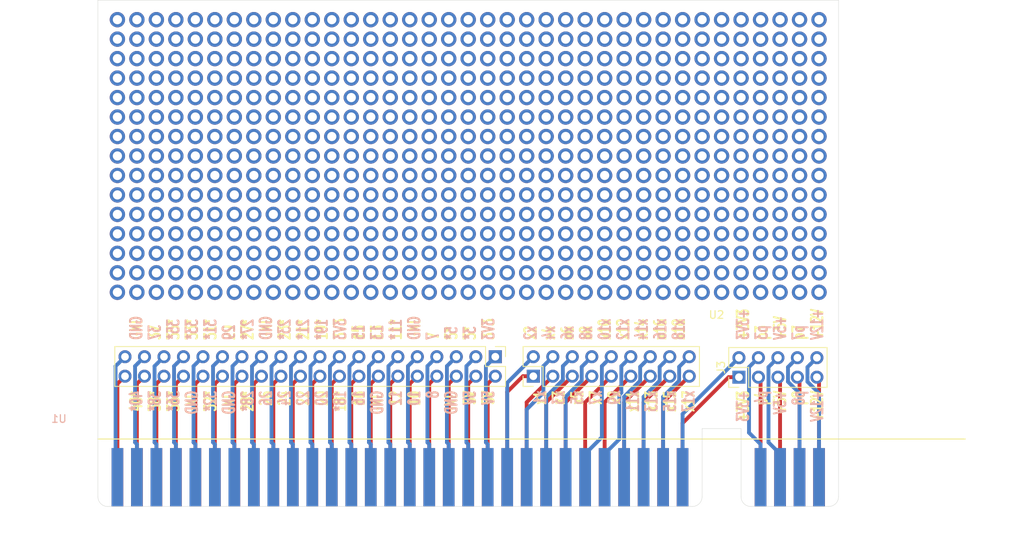
<source format=kicad_pcb>
(kicad_pcb (version 20171130) (host pcbnew "(5.1.2)-1")

  (general
    (thickness 1.6)
    (drawings 24)
    (tracks 236)
    (zones 0)
    (modules 5)
    (nets 69)
  )

  (page A4)
  (layers
    (0 F.Cu signal)
    (31 B.Cu signal)
    (32 B.Adhes user)
    (33 F.Adhes user)
    (34 B.Paste user)
    (35 F.Paste user)
    (36 B.SilkS user)
    (37 F.SilkS user)
    (38 B.Mask user)
    (39 F.Mask user)
    (40 Dwgs.User user)
    (41 Cmts.User user)
    (42 Eco1.User user)
    (43 Eco2.User user)
    (44 Edge.Cuts user)
    (45 Margin user)
    (46 B.CrtYd user)
    (47 F.CrtYd user)
    (48 B.Fab user)
    (49 F.Fab user)
  )

  (setup
    (last_trace_width 0.25)
    (user_trace_width 0.4)
    (user_trace_width 0.5)
    (trace_clearance 0.127)
    (zone_clearance 0.508)
    (zone_45_only no)
    (trace_min 0.2)
    (via_size 0.8)
    (via_drill 0.4)
    (via_min_size 0.4)
    (via_min_drill 0.3)
    (uvia_size 0.3)
    (uvia_drill 0.1)
    (uvias_allowed no)
    (uvia_min_size 0.2)
    (uvia_min_drill 0.1)
    (edge_width 0.05)
    (segment_width 0.2)
    (pcb_text_width 0.3)
    (pcb_text_size 1.5 1.5)
    (mod_edge_width 0.12)
    (mod_text_size 1 1)
    (mod_text_width 0.15)
    (pad_size 1.524 1.524)
    (pad_drill 0.762)
    (pad_to_mask_clearance 0.051)
    (solder_mask_min_width 0.25)
    (aux_axis_origin 0 0)
    (grid_origin -0.3556 -0.0254)
    (visible_elements 7FFFEFFF)
    (pcbplotparams
      (layerselection 0x010fc_ffffffff)
      (usegerberextensions false)
      (usegerberattributes false)
      (usegerberadvancedattributes false)
      (creategerberjobfile false)
      (excludeedgelayer true)
      (linewidth 0.100000)
      (plotframeref false)
      (viasonmask false)
      (mode 1)
      (useauxorigin false)
      (hpglpennumber 1)
      (hpglpenspeed 20)
      (hpglpendiameter 15.000000)
      (psnegative false)
      (psa4output false)
      (plotreference true)
      (plotvalue true)
      (plotinvisibletext false)
      (padsonsilk false)
      (subtractmaskfromsilk false)
      (outputformat 1)
      (mirror false)
      (drillshape 0)
      (scaleselection 1)
      (outputdirectory "!FABR/GERBER/"))
  )

  (net 0 "")
  (net 1 /3)
  (net 2 /1)
  (net 3 /x1)
  (net 4 /x3)
  (net 5 /40)
  (net 6 /39)
  (net 7 /38)
  (net 8 /37)
  (net 9 /36)
  (net 10 /35)
  (net 11 /34)
  (net 12 /33)
  (net 13 /32)
  (net 14 /31)
  (net 15 /30)
  (net 16 /29)
  (net 17 /28)
  (net 18 /27)
  (net 19 /26)
  (net 20 /25)
  (net 21 /24)
  (net 22 /23)
  (net 23 /22)
  (net 24 /21)
  (net 25 /20)
  (net 26 /19)
  (net 27 /18)
  (net 28 /17)
  (net 29 /16)
  (net 30 /15)
  (net 31 /14)
  (net 32 /13)
  (net 33 /12)
  (net 34 /11)
  (net 35 /10)
  (net 36 /9)
  (net 37 /8)
  (net 38 /7)
  (net 39 /6)
  (net 40 /5)
  (net 41 /4)
  (net 42 /2)
  (net 43 /x18)
  (net 44 /x17)
  (net 45 /x16)
  (net 46 /x15)
  (net 47 /x14)
  (net 48 /x13)
  (net 49 /x12)
  (net 50 /x11)
  (net 51 /x10)
  (net 52 /x9)
  (net 53 /x8)
  (net 54 /x7)
  (net 55 /x6)
  (net 56 /x5)
  (net 57 /x4)
  (net 58 /x2)
  (net 59 /p10)
  (net 60 /p9)
  (net 61 /p8)
  (net 62 /p7)
  (net 63 /p6)
  (net 64 /p5)
  (net 65 /p4)
  (net 66 /p3)
  (net 67 /p2)
  (net 68 /p1)

  (net_class Default "To jest domyślna klasa połączeń."
    (clearance 0.127)
    (trace_width 0.25)
    (via_dia 0.8)
    (via_drill 0.4)
    (uvia_dia 0.3)
    (uvia_drill 0.1)
    (add_net /1)
    (add_net /10)
    (add_net /11)
    (add_net /12)
    (add_net /13)
    (add_net /14)
    (add_net /15)
    (add_net /16)
    (add_net /17)
    (add_net /18)
    (add_net /19)
    (add_net /2)
    (add_net /20)
    (add_net /21)
    (add_net /22)
    (add_net /23)
    (add_net /24)
    (add_net /25)
    (add_net /26)
    (add_net /27)
    (add_net /28)
    (add_net /29)
    (add_net /3)
    (add_net /30)
    (add_net /31)
    (add_net /32)
    (add_net /33)
    (add_net /34)
    (add_net /35)
    (add_net /36)
    (add_net /37)
    (add_net /38)
    (add_net /39)
    (add_net /4)
    (add_net /40)
    (add_net /5)
    (add_net /6)
    (add_net /7)
    (add_net /8)
    (add_net /9)
    (add_net /p1)
    (add_net /p10)
    (add_net /p2)
    (add_net /p3)
    (add_net /p4)
    (add_net /p5)
    (add_net /p6)
    (add_net /p7)
    (add_net /p8)
    (add_net /p9)
    (add_net /x1)
    (add_net /x10)
    (add_net /x11)
    (add_net /x12)
    (add_net /x13)
    (add_net /x14)
    (add_net /x15)
    (add_net /x16)
    (add_net /x17)
    (add_net /x18)
    (add_net /x2)
    (add_net /x3)
    (add_net /x4)
    (add_net /x5)
    (add_net /x6)
    (add_net /x7)
    (add_net /x8)
    (add_net /x9)
  )

  (module !mymodules:breadboard_m2_small (layer F.Cu) (tedit 600C2C2F) (tstamp 600DAE19)
    (at 78.3844 -33.0454)
    (path /635067C8)
    (fp_text reference U2 (at 1.8796 8.0264) (layer F.SilkS)
      (effects (font (size 1 1) (thickness 0.15)))
    )
    (fp_text value breadboard (at -30.9 -17.8) (layer F.Fab)
      (effects (font (size 1 1) (thickness 0.15)))
    )
    (pad "" thru_hole circle (at 15.24 5.08) (size 2 2) (drill 1.2) (layers *.Cu *.Mask))
    (pad "" thru_hole circle (at 12.7 5.08) (size 2 2) (drill 1.2) (layers *.Cu *.Mask))
    (pad "" thru_hole circle (at 2.54 5.08) (size 2 2) (drill 1.2) (layers *.Cu *.Mask))
    (pad "" thru_hole circle (at 10.16 5.08) (size 2 2) (drill 1.2) (layers *.Cu *.Mask))
    (pad "" thru_hole circle (at 7.62 5.08) (size 2 2) (drill 1.2) (layers *.Cu *.Mask))
    (pad "" thru_hole circle (at 5.08 5.08) (size 2 2) (drill 1.2) (layers *.Cu *.Mask))
    (pad "" thru_hole circle (at 5.08 2.54) (size 2 2) (drill 1.2) (layers *.Cu *.Mask))
    (pad "" thru_hole circle (at 10.16 2.54) (size 2 2) (drill 1.2) (layers *.Cu *.Mask))
    (pad "" thru_hole circle (at 15.24 2.54) (size 2 2) (drill 1.2) (layers *.Cu *.Mask))
    (pad "" thru_hole circle (at 7.62 2.54) (size 2 2) (drill 1.2) (layers *.Cu *.Mask))
    (pad "" thru_hole circle (at 12.7 2.54) (size 2 2) (drill 1.2) (layers *.Cu *.Mask))
    (pad "" thru_hole circle (at 2.54 2.54) (size 2 2) (drill 1.2) (layers *.Cu *.Mask))
    (pad "" thru_hole circle (at 7.62 -30.48) (size 2 2) (drill 1.2) (layers *.Cu *.Mask))
    (pad "" thru_hole circle (at 2.54 -30.48) (size 2 2) (drill 1.2) (layers *.Cu *.Mask))
    (pad "" thru_hole circle (at 15.24 -30.48) (size 2 2) (drill 1.2) (layers *.Cu *.Mask))
    (pad "" thru_hole circle (at 5.08 -30.48) (size 2 2) (drill 1.2) (layers *.Cu *.Mask))
    (pad "" thru_hole circle (at 10.16 -30.48) (size 2 2) (drill 1.2) (layers *.Cu *.Mask))
    (pad "" thru_hole circle (at 12.7 -30.48) (size 2 2) (drill 1.2) (layers *.Cu *.Mask))
    (pad "" thru_hole circle (at 15.24 -20.32) (size 2 2) (drill 1.2) (layers *.Cu *.Mask))
    (pad "" thru_hole circle (at 5.08 -25.4) (size 2 2) (drill 1.2) (layers *.Cu *.Mask))
    (pad "" thru_hole circle (at 10.16 -20.32) (size 2 2) (drill 1.2) (layers *.Cu *.Mask))
    (pad "" thru_hole circle (at 12.7 -25.4) (size 2 2) (drill 1.2) (layers *.Cu *.Mask))
    (pad "" thru_hole circle (at 10.16 -27.94) (size 2 2) (drill 1.2) (layers *.Cu *.Mask))
    (pad "" thru_hole circle (at 2.54 -20.32) (size 2 2) (drill 1.2) (layers *.Cu *.Mask))
    (pad "" thru_hole circle (at 12.7 -20.32) (size 2 2) (drill 1.2) (layers *.Cu *.Mask))
    (pad "" thru_hole circle (at 7.62 -20.32) (size 2 2) (drill 1.2) (layers *.Cu *.Mask))
    (pad "" thru_hole circle (at 5.08 -20.32) (size 2 2) (drill 1.2) (layers *.Cu *.Mask))
    (pad "" thru_hole circle (at 7.62 -25.4) (size 2 2) (drill 1.2) (layers *.Cu *.Mask))
    (pad "" thru_hole circle (at 15.24 -25.4) (size 2 2) (drill 1.2) (layers *.Cu *.Mask))
    (pad "" thru_hole circle (at 10.16 -25.4) (size 2 2) (drill 1.2) (layers *.Cu *.Mask))
    (pad "" thru_hole circle (at 15.24 -22.86) (size 2 2) (drill 1.2) (layers *.Cu *.Mask))
    (pad "" thru_hole circle (at 5.08 -22.86) (size 2 2) (drill 1.2) (layers *.Cu *.Mask))
    (pad "" thru_hole circle (at 10.16 -22.86) (size 2 2) (drill 1.2) (layers *.Cu *.Mask))
    (pad "" thru_hole circle (at 5.08 -27.94) (size 2 2) (drill 1.2) (layers *.Cu *.Mask))
    (pad "" thru_hole circle (at 7.62 -27.94) (size 2 2) (drill 1.2) (layers *.Cu *.Mask))
    (pad "" thru_hole circle (at 2.54 -27.94) (size 2 2) (drill 1.2) (layers *.Cu *.Mask))
    (pad "" thru_hole circle (at 2.54 -22.86) (size 2 2) (drill 1.2) (layers *.Cu *.Mask))
    (pad "" thru_hole circle (at 12.7 -27.94) (size 2 2) (drill 1.2) (layers *.Cu *.Mask))
    (pad "" thru_hole circle (at 15.24 -27.94) (size 2 2) (drill 1.2) (layers *.Cu *.Mask))
    (pad "" thru_hole circle (at 2.54 -25.4) (size 2 2) (drill 1.2) (layers *.Cu *.Mask))
    (pad "" thru_hole circle (at 12.7 -22.86) (size 2 2) (drill 1.2) (layers *.Cu *.Mask))
    (pad "" thru_hole circle (at 12.7 -10.16) (size 2 2) (drill 1.2) (layers *.Cu *.Mask))
    (pad "" thru_hole circle (at 10.16 -10.16) (size 2 2) (drill 1.2) (layers *.Cu *.Mask))
    (pad "" thru_hole circle (at 10.16 -17.78) (size 2 2) (drill 1.2) (layers *.Cu *.Mask))
    (pad "" thru_hole circle (at 15.24 -15.24) (size 2 2) (drill 1.2) (layers *.Cu *.Mask))
    (pad "" thru_hole circle (at 7.62 -22.86) (size 2 2) (drill 1.2) (layers *.Cu *.Mask))
    (pad "" thru_hole circle (at 2.54 -10.16) (size 2 2) (drill 1.2) (layers *.Cu *.Mask))
    (pad "" thru_hole circle (at 5.08 -10.16) (size 2 2) (drill 1.2) (layers *.Cu *.Mask))
    (pad "" thru_hole circle (at 7.62 -15.24) (size 2 2) (drill 1.2) (layers *.Cu *.Mask))
    (pad "" thru_hole circle (at 7.62 -10.16) (size 2 2) (drill 1.2) (layers *.Cu *.Mask))
    (pad "" thru_hole circle (at 5.08 -15.24) (size 2 2) (drill 1.2) (layers *.Cu *.Mask))
    (pad "" thru_hole circle (at 12.7 -15.24) (size 2 2) (drill 1.2) (layers *.Cu *.Mask))
    (pad "" thru_hole circle (at 15.24 -10.16) (size 2 2) (drill 1.2) (layers *.Cu *.Mask))
    (pad "" thru_hole circle (at 2.54 -15.24) (size 2 2) (drill 1.2) (layers *.Cu *.Mask))
    (pad "" thru_hole circle (at 7.62 -17.78) (size 2 2) (drill 1.2) (layers *.Cu *.Mask))
    (pad "" thru_hole circle (at 2.54 -12.7) (size 2 2) (drill 1.2) (layers *.Cu *.Mask))
    (pad "" thru_hole circle (at 15.24 -17.78) (size 2 2) (drill 1.2) (layers *.Cu *.Mask))
    (pad "" thru_hole circle (at 5.08 -12.7) (size 2 2) (drill 1.2) (layers *.Cu *.Mask))
    (pad "" thru_hole circle (at 2.54 -17.78) (size 2 2) (drill 1.2) (layers *.Cu *.Mask))
    (pad "" thru_hole circle (at 12.7 -17.78) (size 2 2) (drill 1.2) (layers *.Cu *.Mask))
    (pad "" thru_hole circle (at 12.7 -12.7) (size 2 2) (drill 1.2) (layers *.Cu *.Mask))
    (pad "" thru_hole circle (at 5.08 -17.78) (size 2 2) (drill 1.2) (layers *.Cu *.Mask))
    (pad "" thru_hole circle (at 10.16 -12.7) (size 2 2) (drill 1.2) (layers *.Cu *.Mask))
    (pad "" thru_hole circle (at 15.24 -12.7) (size 2 2) (drill 1.2) (layers *.Cu *.Mask))
    (pad "" thru_hole circle (at 10.16 -15.24) (size 2 2) (drill 1.2) (layers *.Cu *.Mask))
    (pad "" thru_hole circle (at 5.08 -5.08) (size 2 2) (drill 1.2) (layers *.Cu *.Mask))
    (pad "" thru_hole circle (at 7.62 -5.08) (size 2 2) (drill 1.2) (layers *.Cu *.Mask))
    (pad "" thru_hole circle (at 12.7 -5.08) (size 2 2) (drill 1.2) (layers *.Cu *.Mask))
    (pad "" thru_hole circle (at 2.54 -5.08) (size 2 2) (drill 1.2) (layers *.Cu *.Mask))
    (pad "" thru_hole circle (at 15.24 -7.62) (size 2 2) (drill 1.2) (layers *.Cu *.Mask))
    (pad "" thru_hole circle (at 15.24 -5.08) (size 2 2) (drill 1.2) (layers *.Cu *.Mask))
    (pad "" thru_hole circle (at 5.08 -7.62) (size 2 2) (drill 1.2) (layers *.Cu *.Mask))
    (pad "" thru_hole circle (at 12.7 -7.62) (size 2 2) (drill 1.2) (layers *.Cu *.Mask))
    (pad "" thru_hole circle (at 7.62 -7.62) (size 2 2) (drill 1.2) (layers *.Cu *.Mask))
    (pad "" thru_hole circle (at 10.16 -5.08) (size 2 2) (drill 1.2) (layers *.Cu *.Mask))
    (pad "" thru_hole circle (at 2.54 -7.62) (size 2 2) (drill 1.2) (layers *.Cu *.Mask))
    (pad "" thru_hole circle (at 10.16 -7.62) (size 2 2) (drill 1.2) (layers *.Cu *.Mask))
    (pad "" thru_hole circle (at 7.62 -12.7) (size 2 2) (drill 1.2) (layers *.Cu *.Mask))
    (pad "" thru_hole circle (at 2.54 -2.54) (size 2 2) (drill 1.2) (layers *.Cu *.Mask))
    (pad "" thru_hole circle (at 5.08 -2.54) (size 2 2) (drill 1.2) (layers *.Cu *.Mask))
    (pad "" thru_hole circle (at 10.16 0) (size 2 2) (drill 1.2) (layers *.Cu *.Mask))
    (pad "" thru_hole circle (at 12.7 -2.54) (size 2 2) (drill 1.2) (layers *.Cu *.Mask))
    (pad "" thru_hole circle (at 15.24 0) (size 2 2) (drill 1.2) (layers *.Cu *.Mask))
    (pad "" thru_hole circle (at 7.62 0) (size 2 2) (drill 1.2) (layers *.Cu *.Mask))
    (pad "" thru_hole circle (at 5.08 0) (size 2 2) (drill 1.2) (layers *.Cu *.Mask))
    (pad "" thru_hole circle (at 12.7 0) (size 2 2) (drill 1.2) (layers *.Cu *.Mask))
    (pad "" thru_hole circle (at 7.62 -2.54) (size 2 2) (drill 1.2) (layers *.Cu *.Mask))
    (pad "" thru_hole circle (at 10.16 -2.54) (size 2 2) (drill 1.2) (layers *.Cu *.Mask))
    (pad "" thru_hole circle (at 2.54 0) (size 2 2) (drill 1.2) (layers *.Cu *.Mask))
    (pad "" thru_hole circle (at 15.24 -2.54) (size 2 2) (drill 1.2) (layers *.Cu *.Mask))
    (pad "" thru_hole circle (at -22.86 5.08) (size 2 2) (drill 1.2) (layers *.Cu *.Mask))
    (pad "" thru_hole circle (at -55.88 5.08) (size 2 2) (drill 1.2) (layers *.Cu *.Mask))
    (pad "" thru_hole circle (at -68.58 5.08) (size 2 2) (drill 1.2) (layers *.Cu *.Mask))
    (pad "" thru_hole circle (at -33.02 5.08) (size 2 2) (drill 1.2) (layers *.Cu *.Mask))
    (pad "" thru_hole circle (at -40.64 5.08) (size 2 2) (drill 1.2) (layers *.Cu *.Mask))
    (pad "" thru_hole circle (at -50.8 5.08) (size 2 2) (drill 1.2) (layers *.Cu *.Mask))
    (pad "" thru_hole circle (at -2.54 5.08) (size 2 2) (drill 1.2) (layers *.Cu *.Mask))
    (pad "" thru_hole circle (at -76.2 5.08) (size 2 2) (drill 1.2) (layers *.Cu *.Mask))
    (pad "" thru_hole circle (at -25.4 5.08) (size 2 2) (drill 1.2) (layers *.Cu *.Mask))
    (pad "" thru_hole circle (at 0 5.08) (size 2 2) (drill 1.2) (layers *.Cu *.Mask))
    (pad "" thru_hole circle (at -63.5 5.08) (size 2 2) (drill 1.2) (layers *.Cu *.Mask))
    (pad "" thru_hole circle (at -45.72 5.08) (size 2 2) (drill 1.2) (layers *.Cu *.Mask))
    (pad "" thru_hole circle (at -60.96 5.08) (size 2 2) (drill 1.2) (layers *.Cu *.Mask))
    (pad "" thru_hole circle (at -73.66 5.08) (size 2 2) (drill 1.2) (layers *.Cu *.Mask))
    (pad "" thru_hole circle (at -7.62 5.08) (size 2 2) (drill 1.2) (layers *.Cu *.Mask))
    (pad "" thru_hole circle (at -43.18 5.08) (size 2 2) (drill 1.2) (layers *.Cu *.Mask))
    (pad "" thru_hole circle (at -38.1 5.08) (size 2 2) (drill 1.2) (layers *.Cu *.Mask))
    (pad "" thru_hole circle (at -35.56 5.08) (size 2 2) (drill 1.2) (layers *.Cu *.Mask))
    (pad "" thru_hole circle (at -12.7 5.08) (size 2 2) (drill 1.2) (layers *.Cu *.Mask))
    (pad "" thru_hole circle (at -48.26 5.08) (size 2 2) (drill 1.2) (layers *.Cu *.Mask))
    (pad "" thru_hole circle (at -71.12 5.08) (size 2 2) (drill 1.2) (layers *.Cu *.Mask))
    (pad "" thru_hole circle (at -53.34 5.08) (size 2 2) (drill 1.2) (layers *.Cu *.Mask))
    (pad "" thru_hole circle (at -30.48 5.08) (size 2 2) (drill 1.2) (layers *.Cu *.Mask))
    (pad "" thru_hole circle (at -66.04 5.08) (size 2 2) (drill 1.2) (layers *.Cu *.Mask))
    (pad "" thru_hole circle (at -20.32 5.08) (size 2 2) (drill 1.2) (layers *.Cu *.Mask))
    (pad "" thru_hole circle (at -27.94 5.08) (size 2 2) (drill 1.2) (layers *.Cu *.Mask))
    (pad "" thru_hole circle (at -58.42 5.08) (size 2 2) (drill 1.2) (layers *.Cu *.Mask))
    (pad "" thru_hole circle (at -15.24 5.08) (size 2 2) (drill 1.2) (layers *.Cu *.Mask))
    (pad "" thru_hole circle (at -10.16 5.08) (size 2 2) (drill 1.2) (layers *.Cu *.Mask))
    (pad "" thru_hole circle (at -17.78 5.08) (size 2 2) (drill 1.2) (layers *.Cu *.Mask))
    (pad "" thru_hole circle (at -5.08 5.08) (size 2 2) (drill 1.2) (layers *.Cu *.Mask))
    (pad "" thru_hole circle (at -63.5 2.54) (size 2 2) (drill 1.2) (layers *.Cu *.Mask))
    (pad "" thru_hole circle (at -53.34 2.54) (size 2 2) (drill 1.2) (layers *.Cu *.Mask))
    (pad "" thru_hole circle (at -48.26 2.54) (size 2 2) (drill 1.2) (layers *.Cu *.Mask))
    (pad "" thru_hole circle (at -43.18 2.54) (size 2 2) (drill 1.2) (layers *.Cu *.Mask))
    (pad "" thru_hole circle (at -55.88 2.54) (size 2 2) (drill 1.2) (layers *.Cu *.Mask))
    (pad "" thru_hole circle (at -73.66 2.54) (size 2 2) (drill 1.2) (layers *.Cu *.Mask))
    (pad "" thru_hole circle (at -40.64 2.54) (size 2 2) (drill 1.2) (layers *.Cu *.Mask))
    (pad "" thru_hole circle (at -71.12 2.54) (size 2 2) (drill 1.2) (layers *.Cu *.Mask))
    (pad "" thru_hole circle (at -66.04 2.54) (size 2 2) (drill 1.2) (layers *.Cu *.Mask))
    (pad "" thru_hole circle (at -22.86 2.54) (size 2 2) (drill 1.2) (layers *.Cu *.Mask))
    (pad "" thru_hole circle (at -68.58 2.54) (size 2 2) (drill 1.2) (layers *.Cu *.Mask))
    (pad "" thru_hole circle (at -76.2 2.54) (size 2 2) (drill 1.2) (layers *.Cu *.Mask))
    (pad "" thru_hole circle (at -58.42 2.54) (size 2 2) (drill 1.2) (layers *.Cu *.Mask))
    (pad "" thru_hole circle (at -45.72 2.54) (size 2 2) (drill 1.2) (layers *.Cu *.Mask))
    (pad "" thru_hole circle (at -60.96 2.54) (size 2 2) (drill 1.2) (layers *.Cu *.Mask))
    (pad "" thru_hole circle (at -50.8 2.54) (size 2 2) (drill 1.2) (layers *.Cu *.Mask))
    (pad "" thru_hole circle (at -10.16 2.54) (size 2 2) (drill 1.2) (layers *.Cu *.Mask))
    (pad "" thru_hole circle (at -17.78 2.54) (size 2 2) (drill 1.2) (layers *.Cu *.Mask))
    (pad "" thru_hole circle (at 0 2.54) (size 2 2) (drill 1.2) (layers *.Cu *.Mask))
    (pad "" thru_hole circle (at -30.48 2.54) (size 2 2) (drill 1.2) (layers *.Cu *.Mask))
    (pad "" thru_hole circle (at -25.4 2.54) (size 2 2) (drill 1.2) (layers *.Cu *.Mask))
    (pad "" thru_hole circle (at -27.94 2.54) (size 2 2) (drill 1.2) (layers *.Cu *.Mask))
    (pad "" thru_hole circle (at -5.08 2.54) (size 2 2) (drill 1.2) (layers *.Cu *.Mask))
    (pad "" thru_hole circle (at -7.62 2.54) (size 2 2) (drill 1.2) (layers *.Cu *.Mask))
    (pad "" thru_hole circle (at -15.24 2.54) (size 2 2) (drill 1.2) (layers *.Cu *.Mask))
    (pad "" thru_hole circle (at -35.56 2.54) (size 2 2) (drill 1.2) (layers *.Cu *.Mask))
    (pad "" thru_hole circle (at -38.1 2.54) (size 2 2) (drill 1.2) (layers *.Cu *.Mask))
    (pad "" thru_hole circle (at -33.02 2.54) (size 2 2) (drill 1.2) (layers *.Cu *.Mask))
    (pad "" thru_hole circle (at -20.32 2.54) (size 2 2) (drill 1.2) (layers *.Cu *.Mask))
    (pad "" thru_hole circle (at -2.54 2.54) (size 2 2) (drill 1.2) (layers *.Cu *.Mask))
    (pad "" thru_hole circle (at -12.7 2.54) (size 2 2) (drill 1.2) (layers *.Cu *.Mask))
    (pad "" thru_hole circle (at -30.48 -30.48) (size 2 2) (drill 1.2) (layers *.Cu *.Mask))
    (pad "" thru_hole circle (at -15.24 -30.48) (size 2 2) (drill 1.2) (layers *.Cu *.Mask))
    (pad "" thru_hole circle (at -38.1 -30.48) (size 2 2) (drill 1.2) (layers *.Cu *.Mask))
    (pad "" thru_hole circle (at -20.32 -30.48) (size 2 2) (drill 1.2) (layers *.Cu *.Mask))
    (pad "" thru_hole circle (at -17.78 -30.48) (size 2 2) (drill 1.2) (layers *.Cu *.Mask))
    (pad "" thru_hole circle (at -12.7 -30.48) (size 2 2) (drill 1.2) (layers *.Cu *.Mask))
    (pad "" thru_hole circle (at -33.02 -30.48) (size 2 2) (drill 1.2) (layers *.Cu *.Mask))
    (pad "" thru_hole circle (at -45.72 -30.48) (size 2 2) (drill 1.2) (layers *.Cu *.Mask))
    (pad "" thru_hole circle (at -35.56 -30.48) (size 2 2) (drill 1.2) (layers *.Cu *.Mask))
    (pad "" thru_hole circle (at -27.94 -30.48) (size 2 2) (drill 1.2) (layers *.Cu *.Mask))
    (pad "" thru_hole circle (at -2.54 -30.48) (size 2 2) (drill 1.2) (layers *.Cu *.Mask))
    (pad "" thru_hole circle (at -71.12 -30.48) (size 2 2) (drill 1.2) (layers *.Cu *.Mask))
    (pad "" thru_hole circle (at -60.96 -30.48) (size 2 2) (drill 1.2) (layers *.Cu *.Mask))
    (pad "" thru_hole circle (at -53.34 -30.48) (size 2 2) (drill 1.2) (layers *.Cu *.Mask))
    (pad "" thru_hole circle (at 0 -30.48) (size 2 2) (drill 1.2) (layers *.Cu *.Mask))
    (pad "" thru_hole circle (at -10.16 -30.48) (size 2 2) (drill 1.2) (layers *.Cu *.Mask))
    (pad "" thru_hole circle (at -63.5 -30.48) (size 2 2) (drill 1.2) (layers *.Cu *.Mask))
    (pad "" thru_hole circle (at -76.2 -30.48) (size 2 2) (drill 1.2) (layers *.Cu *.Mask))
    (pad "" thru_hole circle (at -25.4 -30.48) (size 2 2) (drill 1.2) (layers *.Cu *.Mask))
    (pad "" thru_hole circle (at -58.42 -30.48) (size 2 2) (drill 1.2) (layers *.Cu *.Mask))
    (pad "" thru_hole circle (at -22.86 -30.48) (size 2 2) (drill 1.2) (layers *.Cu *.Mask))
    (pad "" thru_hole circle (at -68.58 -30.48) (size 2 2) (drill 1.2) (layers *.Cu *.Mask))
    (pad "" thru_hole circle (at -5.08 -30.48) (size 2 2) (drill 1.2) (layers *.Cu *.Mask))
    (pad "" thru_hole circle (at -55.88 -30.48) (size 2 2) (drill 1.2) (layers *.Cu *.Mask))
    (pad "" thru_hole circle (at -40.64 -30.48) (size 2 2) (drill 1.2) (layers *.Cu *.Mask))
    (pad "" thru_hole circle (at -48.26 -30.48) (size 2 2) (drill 1.2) (layers *.Cu *.Mask))
    (pad "" thru_hole circle (at -66.04 -30.48) (size 2 2) (drill 1.2) (layers *.Cu *.Mask))
    (pad "" thru_hole circle (at -43.18 -30.48) (size 2 2) (drill 1.2) (layers *.Cu *.Mask))
    (pad "" thru_hole circle (at -50.8 -30.48) (size 2 2) (drill 1.2) (layers *.Cu *.Mask))
    (pad "" thru_hole circle (at -73.66 -30.48) (size 2 2) (drill 1.2) (layers *.Cu *.Mask))
    (pad "" thru_hole circle (at -7.62 -30.48) (size 2 2) (drill 1.2) (layers *.Cu *.Mask))
    (pad "" thru_hole circle (at -35.56 -20.32) (size 2 2) (drill 1.2) (layers *.Cu *.Mask))
    (pad "" thru_hole circle (at -33.02 -20.32) (size 2 2) (drill 1.2) (layers *.Cu *.Mask))
    (pad "" thru_hole circle (at -30.48 -20.32) (size 2 2) (drill 1.2) (layers *.Cu *.Mask))
    (pad "" thru_hole circle (at -2.54 -20.32) (size 2 2) (drill 1.2) (layers *.Cu *.Mask))
    (pad "" thru_hole circle (at -27.94 -20.32) (size 2 2) (drill 1.2) (layers *.Cu *.Mask))
    (pad "" thru_hole circle (at -71.12 -20.32) (size 2 2) (drill 1.2) (layers *.Cu *.Mask))
    (pad "" thru_hole circle (at -53.34 -20.32) (size 2 2) (drill 1.2) (layers *.Cu *.Mask))
    (pad "" thru_hole circle (at -15.24 -20.32) (size 2 2) (drill 1.2) (layers *.Cu *.Mask))
    (pad "" thru_hole circle (at -17.78 -20.32) (size 2 2) (drill 1.2) (layers *.Cu *.Mask))
    (pad "" thru_hole circle (at -12.7 -20.32) (size 2 2) (drill 1.2) (layers *.Cu *.Mask))
    (pad "" thru_hole circle (at -45.72 -20.32) (size 2 2) (drill 1.2) (layers *.Cu *.Mask))
    (pad "" thru_hole circle (at -38.1 -20.32) (size 2 2) (drill 1.2) (layers *.Cu *.Mask))
    (pad "" thru_hole circle (at -20.32 -20.32) (size 2 2) (drill 1.2) (layers *.Cu *.Mask))
    (pad "" thru_hole circle (at -60.96 -20.32) (size 2 2) (drill 1.2) (layers *.Cu *.Mask))
    (pad "" thru_hole circle (at 0 -20.32) (size 2 2) (drill 1.2) (layers *.Cu *.Mask))
    (pad "" thru_hole circle (at -10.16 -20.32) (size 2 2) (drill 1.2) (layers *.Cu *.Mask))
    (pad "" thru_hole circle (at -63.5 -20.32) (size 2 2) (drill 1.2) (layers *.Cu *.Mask))
    (pad "" thru_hole circle (at -76.2 -20.32) (size 2 2) (drill 1.2) (layers *.Cu *.Mask))
    (pad "" thru_hole circle (at -58.42 -20.32) (size 2 2) (drill 1.2) (layers *.Cu *.Mask))
    (pad "" thru_hole circle (at -25.4 -20.32) (size 2 2) (drill 1.2) (layers *.Cu *.Mask))
    (pad "" thru_hole circle (at -5.08 -20.32) (size 2 2) (drill 1.2) (layers *.Cu *.Mask))
    (pad "" thru_hole circle (at -55.88 -20.32) (size 2 2) (drill 1.2) (layers *.Cu *.Mask))
    (pad "" thru_hole circle (at -68.58 -20.32) (size 2 2) (drill 1.2) (layers *.Cu *.Mask))
    (pad "" thru_hole circle (at -48.26 -20.32) (size 2 2) (drill 1.2) (layers *.Cu *.Mask))
    (pad "" thru_hole circle (at -73.66 -20.32) (size 2 2) (drill 1.2) (layers *.Cu *.Mask))
    (pad "" thru_hole circle (at -43.18 -20.32) (size 2 2) (drill 1.2) (layers *.Cu *.Mask))
    (pad "" thru_hole circle (at -7.62 -20.32) (size 2 2) (drill 1.2) (layers *.Cu *.Mask))
    (pad "" thru_hole circle (at -40.64 -20.32) (size 2 2) (drill 1.2) (layers *.Cu *.Mask))
    (pad "" thru_hole circle (at -50.8 -20.32) (size 2 2) (drill 1.2) (layers *.Cu *.Mask))
    (pad "" thru_hole circle (at -66.04 -20.32) (size 2 2) (drill 1.2) (layers *.Cu *.Mask))
    (pad "" thru_hole circle (at -22.86 -20.32) (size 2 2) (drill 1.2) (layers *.Cu *.Mask))
    (pad "" thru_hole circle (at -60.96 -25.4) (size 2 2) (drill 1.2) (layers *.Cu *.Mask))
    (pad "" thru_hole circle (at -10.16 -25.4) (size 2 2) (drill 1.2) (layers *.Cu *.Mask))
    (pad "" thru_hole circle (at -53.34 -27.94) (size 2 2) (drill 1.2) (layers *.Cu *.Mask))
    (pad "" thru_hole circle (at -33.02 -25.4) (size 2 2) (drill 1.2) (layers *.Cu *.Mask))
    (pad "" thru_hole circle (at -71.12 -25.4) (size 2 2) (drill 1.2) (layers *.Cu *.Mask))
    (pad "" thru_hole circle (at -40.64 -25.4) (size 2 2) (drill 1.2) (layers *.Cu *.Mask))
    (pad "" thru_hole circle (at -55.88 -25.4) (size 2 2) (drill 1.2) (layers *.Cu *.Mask))
    (pad "" thru_hole circle (at -76.2 -27.94) (size 2 2) (drill 1.2) (layers *.Cu *.Mask))
    (pad "" thru_hole circle (at -12.7 -25.4) (size 2 2) (drill 1.2) (layers *.Cu *.Mask))
    (pad "" thru_hole circle (at -43.18 -25.4) (size 2 2) (drill 1.2) (layers *.Cu *.Mask))
    (pad "" thru_hole circle (at -17.78 -25.4) (size 2 2) (drill 1.2) (layers *.Cu *.Mask))
    (pad "" thru_hole circle (at -5.08 -25.4) (size 2 2) (drill 1.2) (layers *.Cu *.Mask))
    (pad "" thru_hole circle (at -20.32 -25.4) (size 2 2) (drill 1.2) (layers *.Cu *.Mask))
    (pad "" thru_hole circle (at -30.48 -25.4) (size 2 2) (drill 1.2) (layers *.Cu *.Mask))
    (pad "" thru_hole circle (at -2.54 -25.4) (size 2 2) (drill 1.2) (layers *.Cu *.Mask))
    (pad "" thru_hole circle (at -45.72 -25.4) (size 2 2) (drill 1.2) (layers *.Cu *.Mask))
    (pad "" thru_hole circle (at -76.2 -25.4) (size 2 2) (drill 1.2) (layers *.Cu *.Mask))
    (pad "" thru_hole circle (at -63.5 -27.94) (size 2 2) (drill 1.2) (layers *.Cu *.Mask))
    (pad "" thru_hole circle (at -7.62 -27.94) (size 2 2) (drill 1.2) (layers *.Cu *.Mask))
    (pad "" thru_hole circle (at -22.86 -27.94) (size 2 2) (drill 1.2) (layers *.Cu *.Mask))
    (pad "" thru_hole circle (at -68.58 -25.4) (size 2 2) (drill 1.2) (layers *.Cu *.Mask))
    (pad "" thru_hole circle (at -27.94 -25.4) (size 2 2) (drill 1.2) (layers *.Cu *.Mask))
    (pad "" thru_hole circle (at -15.24 -25.4) (size 2 2) (drill 1.2) (layers *.Cu *.Mask))
    (pad "" thru_hole circle (at -68.58 -27.94) (size 2 2) (drill 1.2) (layers *.Cu *.Mask))
    (pad "" thru_hole circle (at -53.34 -25.4) (size 2 2) (drill 1.2) (layers *.Cu *.Mask))
    (pad "" thru_hole circle (at -22.86 -25.4) (size 2 2) (drill 1.2) (layers *.Cu *.Mask))
    (pad "" thru_hole circle (at -50.8 -25.4) (size 2 2) (drill 1.2) (layers *.Cu *.Mask))
    (pad "" thru_hole circle (at -58.42 -25.4) (size 2 2) (drill 1.2) (layers *.Cu *.Mask))
    (pad "" thru_hole circle (at -25.4 -25.4) (size 2 2) (drill 1.2) (layers *.Cu *.Mask))
    (pad "" thru_hole circle (at -66.04 -25.4) (size 2 2) (drill 1.2) (layers *.Cu *.Mask))
    (pad "" thru_hole circle (at -30.48 -27.94) (size 2 2) (drill 1.2) (layers *.Cu *.Mask))
    (pad "" thru_hole circle (at -35.56 -25.4) (size 2 2) (drill 1.2) (layers *.Cu *.Mask))
    (pad "" thru_hole circle (at -73.66 -25.4) (size 2 2) (drill 1.2) (layers *.Cu *.Mask))
    (pad "" thru_hole circle (at -38.1 -25.4) (size 2 2) (drill 1.2) (layers *.Cu *.Mask))
    (pad "" thru_hole circle (at -63.5 -25.4) (size 2 2) (drill 1.2) (layers *.Cu *.Mask))
    (pad "" thru_hole circle (at -7.62 -25.4) (size 2 2) (drill 1.2) (layers *.Cu *.Mask))
    (pad "" thru_hole circle (at 0 -25.4) (size 2 2) (drill 1.2) (layers *.Cu *.Mask))
    (pad "" thru_hole circle (at -48.26 -25.4) (size 2 2) (drill 1.2) (layers *.Cu *.Mask))
    (pad "" thru_hole circle (at -48.26 -27.94) (size 2 2) (drill 1.2) (layers *.Cu *.Mask))
    (pad "" thru_hole circle (at -38.1 -27.94) (size 2 2) (drill 1.2) (layers *.Cu *.Mask))
    (pad "" thru_hole circle (at -73.66 -27.94) (size 2 2) (drill 1.2) (layers *.Cu *.Mask))
    (pad "" thru_hole circle (at -17.78 -27.94) (size 2 2) (drill 1.2) (layers *.Cu *.Mask))
    (pad "" thru_hole circle (at -12.7 -27.94) (size 2 2) (drill 1.2) (layers *.Cu *.Mask))
    (pad "" thru_hole circle (at -20.32 -27.94) (size 2 2) (drill 1.2) (layers *.Cu *.Mask))
    (pad "" thru_hole circle (at -25.4 -27.94) (size 2 2) (drill 1.2) (layers *.Cu *.Mask))
    (pad "" thru_hole circle (at -55.88 -27.94) (size 2 2) (drill 1.2) (layers *.Cu *.Mask))
    (pad "" thru_hole circle (at -27.94 -27.94) (size 2 2) (drill 1.2) (layers *.Cu *.Mask))
    (pad "" thru_hole circle (at -43.18 -27.94) (size 2 2) (drill 1.2) (layers *.Cu *.Mask))
    (pad "" thru_hole circle (at -5.08 -27.94) (size 2 2) (drill 1.2) (layers *.Cu *.Mask))
    (pad "" thru_hole circle (at -10.16 -27.94) (size 2 2) (drill 1.2) (layers *.Cu *.Mask))
    (pad "" thru_hole circle (at 0 -27.94) (size 2 2) (drill 1.2) (layers *.Cu *.Mask))
    (pad "" thru_hole circle (at -60.96 -27.94) (size 2 2) (drill 1.2) (layers *.Cu *.Mask))
    (pad "" thru_hole circle (at -35.56 -27.94) (size 2 2) (drill 1.2) (layers *.Cu *.Mask))
    (pad "" thru_hole circle (at -40.64 -27.94) (size 2 2) (drill 1.2) (layers *.Cu *.Mask))
    (pad "" thru_hole circle (at -58.42 -27.94) (size 2 2) (drill 1.2) (layers *.Cu *.Mask))
    (pad "" thru_hole circle (at -2.54 -27.94) (size 2 2) (drill 1.2) (layers *.Cu *.Mask))
    (pad "" thru_hole circle (at -71.12 -27.94) (size 2 2) (drill 1.2) (layers *.Cu *.Mask))
    (pad "" thru_hole circle (at -66.04 -27.94) (size 2 2) (drill 1.2) (layers *.Cu *.Mask))
    (pad "" thru_hole circle (at -15.24 -27.94) (size 2 2) (drill 1.2) (layers *.Cu *.Mask))
    (pad "" thru_hole circle (at -33.02 -27.94) (size 2 2) (drill 1.2) (layers *.Cu *.Mask))
    (pad "" thru_hole circle (at -50.8 -27.94) (size 2 2) (drill 1.2) (layers *.Cu *.Mask))
    (pad "" thru_hole circle (at -45.72 -27.94) (size 2 2) (drill 1.2) (layers *.Cu *.Mask))
    (pad "" thru_hole circle (at -76.2 -22.86) (size 2 2) (drill 1.2) (layers *.Cu *.Mask))
    (pad "" thru_hole circle (at -63.5 -22.86) (size 2 2) (drill 1.2) (layers *.Cu *.Mask))
    (pad "" thru_hole circle (at -68.58 -22.86) (size 2 2) (drill 1.2) (layers *.Cu *.Mask))
    (pad "" thru_hole circle (at -7.62 -22.86) (size 2 2) (drill 1.2) (layers *.Cu *.Mask))
    (pad "" thru_hole circle (at -22.86 -22.86) (size 2 2) (drill 1.2) (layers *.Cu *.Mask))
    (pad "" thru_hole circle (at -30.48 -22.86) (size 2 2) (drill 1.2) (layers *.Cu *.Mask))
    (pad "" thru_hole circle (at -53.34 -22.86) (size 2 2) (drill 1.2) (layers *.Cu *.Mask))
    (pad "" thru_hole circle (at -27.94 -22.86) (size 2 2) (drill 1.2) (layers *.Cu *.Mask))
    (pad "" thru_hole circle (at 0 -22.86) (size 2 2) (drill 1.2) (layers *.Cu *.Mask))
    (pad "" thru_hole circle (at -35.56 -22.86) (size 2 2) (drill 1.2) (layers *.Cu *.Mask))
    (pad "" thru_hole circle (at -55.88 -22.86) (size 2 2) (drill 1.2) (layers *.Cu *.Mask))
    (pad "" thru_hole circle (at -40.64 -22.86) (size 2 2) (drill 1.2) (layers *.Cu *.Mask))
    (pad "" thru_hole circle (at -48.26 -22.86) (size 2 2) (drill 1.2) (layers *.Cu *.Mask))
    (pad "" thru_hole circle (at -58.42 -22.86) (size 2 2) (drill 1.2) (layers *.Cu *.Mask))
    (pad "" thru_hole circle (at -2.54 -22.86) (size 2 2) (drill 1.2) (layers *.Cu *.Mask))
    (pad "" thru_hole circle (at -71.12 -22.86) (size 2 2) (drill 1.2) (layers *.Cu *.Mask))
    (pad "" thru_hole circle (at -15.24 -22.86) (size 2 2) (drill 1.2) (layers *.Cu *.Mask))
    (pad "" thru_hole circle (at -17.78 -22.86) (size 2 2) (drill 1.2) (layers *.Cu *.Mask))
    (pad "" thru_hole circle (at -12.7 -22.86) (size 2 2) (drill 1.2) (layers *.Cu *.Mask))
    (pad "" thru_hole circle (at -45.72 -22.86) (size 2 2) (drill 1.2) (layers *.Cu *.Mask))
    (pad "" thru_hole circle (at -25.4 -22.86) (size 2 2) (drill 1.2) (layers *.Cu *.Mask))
    (pad "" thru_hole circle (at -5.08 -22.86) (size 2 2) (drill 1.2) (layers *.Cu *.Mask))
    (pad "" thru_hole circle (at -73.66 -22.86) (size 2 2) (drill 1.2) (layers *.Cu *.Mask))
    (pad "" thru_hole circle (at -43.18 -22.86) (size 2 2) (drill 1.2) (layers *.Cu *.Mask))
    (pad "" thru_hole circle (at -50.8 -22.86) (size 2 2) (drill 1.2) (layers *.Cu *.Mask))
    (pad "" thru_hole circle (at -66.04 -22.86) (size 2 2) (drill 1.2) (layers *.Cu *.Mask))
    (pad "" thru_hole circle (at -20.32 -22.86) (size 2 2) (drill 1.2) (layers *.Cu *.Mask))
    (pad "" thru_hole circle (at -33.02 -22.86) (size 2 2) (drill 1.2) (layers *.Cu *.Mask))
    (pad "" thru_hole circle (at -38.1 -22.86) (size 2 2) (drill 1.2) (layers *.Cu *.Mask))
    (pad "" thru_hole circle (at -10.16 -22.86) (size 2 2) (drill 1.2) (layers *.Cu *.Mask))
    (pad "" thru_hole circle (at -60.96 -22.86) (size 2 2) (drill 1.2) (layers *.Cu *.Mask))
    (pad "" thru_hole circle (at -35.56 -10.16) (size 2 2) (drill 1.2) (layers *.Cu *.Mask))
    (pad "" thru_hole circle (at -33.02 -10.16) (size 2 2) (drill 1.2) (layers *.Cu *.Mask))
    (pad "" thru_hole circle (at -30.48 -10.16) (size 2 2) (drill 1.2) (layers *.Cu *.Mask))
    (pad "" thru_hole circle (at -2.54 -10.16) (size 2 2) (drill 1.2) (layers *.Cu *.Mask))
    (pad "" thru_hole circle (at -27.94 -10.16) (size 2 2) (drill 1.2) (layers *.Cu *.Mask))
    (pad "" thru_hole circle (at -71.12 -10.16) (size 2 2) (drill 1.2) (layers *.Cu *.Mask))
    (pad "" thru_hole circle (at -53.34 -10.16) (size 2 2) (drill 1.2) (layers *.Cu *.Mask))
    (pad "" thru_hole circle (at -15.24 -10.16) (size 2 2) (drill 1.2) (layers *.Cu *.Mask))
    (pad "" thru_hole circle (at -17.78 -10.16) (size 2 2) (drill 1.2) (layers *.Cu *.Mask))
    (pad "" thru_hole circle (at -12.7 -10.16) (size 2 2) (drill 1.2) (layers *.Cu *.Mask))
    (pad "" thru_hole circle (at -45.72 -10.16) (size 2 2) (drill 1.2) (layers *.Cu *.Mask))
    (pad "" thru_hole circle (at -38.1 -10.16) (size 2 2) (drill 1.2) (layers *.Cu *.Mask))
    (pad "" thru_hole circle (at -20.32 -10.16) (size 2 2) (drill 1.2) (layers *.Cu *.Mask))
    (pad "" thru_hole circle (at -60.96 -10.16) (size 2 2) (drill 1.2) (layers *.Cu *.Mask))
    (pad "" thru_hole circle (at 0 -10.16) (size 2 2) (drill 1.2) (layers *.Cu *.Mask))
    (pad "" thru_hole circle (at -10.16 -10.16) (size 2 2) (drill 1.2) (layers *.Cu *.Mask))
    (pad "" thru_hole circle (at -63.5 -10.16) (size 2 2) (drill 1.2) (layers *.Cu *.Mask))
    (pad "" thru_hole circle (at -76.2 -10.16) (size 2 2) (drill 1.2) (layers *.Cu *.Mask))
    (pad "" thru_hole circle (at -58.42 -10.16) (size 2 2) (drill 1.2) (layers *.Cu *.Mask))
    (pad "" thru_hole circle (at -25.4 -10.16) (size 2 2) (drill 1.2) (layers *.Cu *.Mask))
    (pad "" thru_hole circle (at -5.08 -10.16) (size 2 2) (drill 1.2) (layers *.Cu *.Mask))
    (pad "" thru_hole circle (at -55.88 -10.16) (size 2 2) (drill 1.2) (layers *.Cu *.Mask))
    (pad "" thru_hole circle (at -68.58 -10.16) (size 2 2) (drill 1.2) (layers *.Cu *.Mask))
    (pad "" thru_hole circle (at -48.26 -10.16) (size 2 2) (drill 1.2) (layers *.Cu *.Mask))
    (pad "" thru_hole circle (at -73.66 -10.16) (size 2 2) (drill 1.2) (layers *.Cu *.Mask))
    (pad "" thru_hole circle (at -43.18 -10.16) (size 2 2) (drill 1.2) (layers *.Cu *.Mask))
    (pad "" thru_hole circle (at -7.62 -10.16) (size 2 2) (drill 1.2) (layers *.Cu *.Mask))
    (pad "" thru_hole circle (at -40.64 -10.16) (size 2 2) (drill 1.2) (layers *.Cu *.Mask))
    (pad "" thru_hole circle (at -50.8 -10.16) (size 2 2) (drill 1.2) (layers *.Cu *.Mask))
    (pad "" thru_hole circle (at -66.04 -10.16) (size 2 2) (drill 1.2) (layers *.Cu *.Mask))
    (pad "" thru_hole circle (at -22.86 -10.16) (size 2 2) (drill 1.2) (layers *.Cu *.Mask))
    (pad "" thru_hole circle (at -60.96 -15.24) (size 2 2) (drill 1.2) (layers *.Cu *.Mask))
    (pad "" thru_hole circle (at -10.16 -15.24) (size 2 2) (drill 1.2) (layers *.Cu *.Mask))
    (pad "" thru_hole circle (at -53.34 -17.78) (size 2 2) (drill 1.2) (layers *.Cu *.Mask))
    (pad "" thru_hole circle (at -33.02 -15.24) (size 2 2) (drill 1.2) (layers *.Cu *.Mask))
    (pad "" thru_hole circle (at -71.12 -15.24) (size 2 2) (drill 1.2) (layers *.Cu *.Mask))
    (pad "" thru_hole circle (at -40.64 -15.24) (size 2 2) (drill 1.2) (layers *.Cu *.Mask))
    (pad "" thru_hole circle (at -55.88 -15.24) (size 2 2) (drill 1.2) (layers *.Cu *.Mask))
    (pad "" thru_hole circle (at -76.2 -17.78) (size 2 2) (drill 1.2) (layers *.Cu *.Mask))
    (pad "" thru_hole circle (at -12.7 -15.24) (size 2 2) (drill 1.2) (layers *.Cu *.Mask))
    (pad "" thru_hole circle (at -43.18 -15.24) (size 2 2) (drill 1.2) (layers *.Cu *.Mask))
    (pad "" thru_hole circle (at -17.78 -15.24) (size 2 2) (drill 1.2) (layers *.Cu *.Mask))
    (pad "" thru_hole circle (at -5.08 -15.24) (size 2 2) (drill 1.2) (layers *.Cu *.Mask))
    (pad "" thru_hole circle (at -20.32 -15.24) (size 2 2) (drill 1.2) (layers *.Cu *.Mask))
    (pad "" thru_hole circle (at -30.48 -15.24) (size 2 2) (drill 1.2) (layers *.Cu *.Mask))
    (pad "" thru_hole circle (at -2.54 -15.24) (size 2 2) (drill 1.2) (layers *.Cu *.Mask))
    (pad "" thru_hole circle (at -45.72 -15.24) (size 2 2) (drill 1.2) (layers *.Cu *.Mask))
    (pad "" thru_hole circle (at -76.2 -15.24) (size 2 2) (drill 1.2) (layers *.Cu *.Mask))
    (pad "" thru_hole circle (at -63.5 -17.78) (size 2 2) (drill 1.2) (layers *.Cu *.Mask))
    (pad "" thru_hole circle (at -7.62 -17.78) (size 2 2) (drill 1.2) (layers *.Cu *.Mask))
    (pad "" thru_hole circle (at -22.86 -17.78) (size 2 2) (drill 1.2) (layers *.Cu *.Mask))
    (pad "" thru_hole circle (at -68.58 -15.24) (size 2 2) (drill 1.2) (layers *.Cu *.Mask))
    (pad "" thru_hole circle (at -27.94 -15.24) (size 2 2) (drill 1.2) (layers *.Cu *.Mask))
    (pad "" thru_hole circle (at -15.24 -15.24) (size 2 2) (drill 1.2) (layers *.Cu *.Mask))
    (pad "" thru_hole circle (at -68.58 -17.78) (size 2 2) (drill 1.2) (layers *.Cu *.Mask))
    (pad "" thru_hole circle (at -53.34 -15.24) (size 2 2) (drill 1.2) (layers *.Cu *.Mask))
    (pad "" thru_hole circle (at -22.86 -15.24) (size 2 2) (drill 1.2) (layers *.Cu *.Mask))
    (pad "" thru_hole circle (at -50.8 -15.24) (size 2 2) (drill 1.2) (layers *.Cu *.Mask))
    (pad "" thru_hole circle (at -58.42 -15.24) (size 2 2) (drill 1.2) (layers *.Cu *.Mask))
    (pad "" thru_hole circle (at -25.4 -15.24) (size 2 2) (drill 1.2) (layers *.Cu *.Mask))
    (pad "" thru_hole circle (at -66.04 -15.24) (size 2 2) (drill 1.2) (layers *.Cu *.Mask))
    (pad "" thru_hole circle (at -30.48 -17.78) (size 2 2) (drill 1.2) (layers *.Cu *.Mask))
    (pad "" thru_hole circle (at -35.56 -15.24) (size 2 2) (drill 1.2) (layers *.Cu *.Mask))
    (pad "" thru_hole circle (at -73.66 -15.24) (size 2 2) (drill 1.2) (layers *.Cu *.Mask))
    (pad "" thru_hole circle (at -38.1 -15.24) (size 2 2) (drill 1.2) (layers *.Cu *.Mask))
    (pad "" thru_hole circle (at -63.5 -15.24) (size 2 2) (drill 1.2) (layers *.Cu *.Mask))
    (pad "" thru_hole circle (at -7.62 -15.24) (size 2 2) (drill 1.2) (layers *.Cu *.Mask))
    (pad "" thru_hole circle (at 0 -15.24) (size 2 2) (drill 1.2) (layers *.Cu *.Mask))
    (pad "" thru_hole circle (at -48.26 -15.24) (size 2 2) (drill 1.2) (layers *.Cu *.Mask))
    (pad "" thru_hole circle (at -48.26 -17.78) (size 2 2) (drill 1.2) (layers *.Cu *.Mask))
    (pad "" thru_hole circle (at -38.1 -17.78) (size 2 2) (drill 1.2) (layers *.Cu *.Mask))
    (pad "" thru_hole circle (at -73.66 -17.78) (size 2 2) (drill 1.2) (layers *.Cu *.Mask))
    (pad "" thru_hole circle (at -17.78 -17.78) (size 2 2) (drill 1.2) (layers *.Cu *.Mask))
    (pad "" thru_hole circle (at -12.7 -17.78) (size 2 2) (drill 1.2) (layers *.Cu *.Mask))
    (pad "" thru_hole circle (at -20.32 -17.78) (size 2 2) (drill 1.2) (layers *.Cu *.Mask))
    (pad "" thru_hole circle (at -25.4 -17.78) (size 2 2) (drill 1.2) (layers *.Cu *.Mask))
    (pad "" thru_hole circle (at -55.88 -17.78) (size 2 2) (drill 1.2) (layers *.Cu *.Mask))
    (pad "" thru_hole circle (at -27.94 -17.78) (size 2 2) (drill 1.2) (layers *.Cu *.Mask))
    (pad "" thru_hole circle (at -43.18 -17.78) (size 2 2) (drill 1.2) (layers *.Cu *.Mask))
    (pad "" thru_hole circle (at -5.08 -17.78) (size 2 2) (drill 1.2) (layers *.Cu *.Mask))
    (pad "" thru_hole circle (at -10.16 -17.78) (size 2 2) (drill 1.2) (layers *.Cu *.Mask))
    (pad "" thru_hole circle (at 0 -17.78) (size 2 2) (drill 1.2) (layers *.Cu *.Mask))
    (pad "" thru_hole circle (at -60.96 -17.78) (size 2 2) (drill 1.2) (layers *.Cu *.Mask))
    (pad "" thru_hole circle (at -35.56 -17.78) (size 2 2) (drill 1.2) (layers *.Cu *.Mask))
    (pad "" thru_hole circle (at -40.64 -17.78) (size 2 2) (drill 1.2) (layers *.Cu *.Mask))
    (pad "" thru_hole circle (at -58.42 -17.78) (size 2 2) (drill 1.2) (layers *.Cu *.Mask))
    (pad "" thru_hole circle (at -2.54 -17.78) (size 2 2) (drill 1.2) (layers *.Cu *.Mask))
    (pad "" thru_hole circle (at -71.12 -17.78) (size 2 2) (drill 1.2) (layers *.Cu *.Mask))
    (pad "" thru_hole circle (at -66.04 -17.78) (size 2 2) (drill 1.2) (layers *.Cu *.Mask))
    (pad "" thru_hole circle (at -15.24 -17.78) (size 2 2) (drill 1.2) (layers *.Cu *.Mask))
    (pad "" thru_hole circle (at -33.02 -17.78) (size 2 2) (drill 1.2) (layers *.Cu *.Mask))
    (pad "" thru_hole circle (at -50.8 -17.78) (size 2 2) (drill 1.2) (layers *.Cu *.Mask))
    (pad "" thru_hole circle (at -45.72 -17.78) (size 2 2) (drill 1.2) (layers *.Cu *.Mask))
    (pad "" thru_hole circle (at -76.2 -12.7) (size 2 2) (drill 1.2) (layers *.Cu *.Mask))
    (pad "" thru_hole circle (at -63.5 -12.7) (size 2 2) (drill 1.2) (layers *.Cu *.Mask))
    (pad "" thru_hole circle (at -68.58 -12.7) (size 2 2) (drill 1.2) (layers *.Cu *.Mask))
    (pad "" thru_hole circle (at -7.62 -12.7) (size 2 2) (drill 1.2) (layers *.Cu *.Mask))
    (pad "" thru_hole circle (at -22.86 -12.7) (size 2 2) (drill 1.2) (layers *.Cu *.Mask))
    (pad "" thru_hole circle (at -30.48 -12.7) (size 2 2) (drill 1.2) (layers *.Cu *.Mask))
    (pad "" thru_hole circle (at -53.34 -12.7) (size 2 2) (drill 1.2) (layers *.Cu *.Mask))
    (pad "" thru_hole circle (at -27.94 -12.7) (size 2 2) (drill 1.2) (layers *.Cu *.Mask))
    (pad "" thru_hole circle (at 0 -12.7) (size 2 2) (drill 1.2) (layers *.Cu *.Mask))
    (pad "" thru_hole circle (at -35.56 -12.7) (size 2 2) (drill 1.2) (layers *.Cu *.Mask))
    (pad "" thru_hole circle (at -55.88 -12.7) (size 2 2) (drill 1.2) (layers *.Cu *.Mask))
    (pad "" thru_hole circle (at -40.64 -12.7) (size 2 2) (drill 1.2) (layers *.Cu *.Mask))
    (pad "" thru_hole circle (at -48.26 -12.7) (size 2 2) (drill 1.2) (layers *.Cu *.Mask))
    (pad "" thru_hole circle (at -58.42 -12.7) (size 2 2) (drill 1.2) (layers *.Cu *.Mask))
    (pad "" thru_hole circle (at -2.54 -12.7) (size 2 2) (drill 1.2) (layers *.Cu *.Mask))
    (pad "" thru_hole circle (at -71.12 -12.7) (size 2 2) (drill 1.2) (layers *.Cu *.Mask))
    (pad "" thru_hole circle (at -15.24 -12.7) (size 2 2) (drill 1.2) (layers *.Cu *.Mask))
    (pad "" thru_hole circle (at -17.78 -12.7) (size 2 2) (drill 1.2) (layers *.Cu *.Mask))
    (pad "" thru_hole circle (at -12.7 -12.7) (size 2 2) (drill 1.2) (layers *.Cu *.Mask))
    (pad "" thru_hole circle (at -45.72 -12.7) (size 2 2) (drill 1.2) (layers *.Cu *.Mask))
    (pad "" thru_hole circle (at -25.4 -12.7) (size 2 2) (drill 1.2) (layers *.Cu *.Mask))
    (pad "" thru_hole circle (at -5.08 -12.7) (size 2 2) (drill 1.2) (layers *.Cu *.Mask))
    (pad "" thru_hole circle (at -73.66 -12.7) (size 2 2) (drill 1.2) (layers *.Cu *.Mask))
    (pad "" thru_hole circle (at -43.18 -12.7) (size 2 2) (drill 1.2) (layers *.Cu *.Mask))
    (pad "" thru_hole circle (at -50.8 -12.7) (size 2 2) (drill 1.2) (layers *.Cu *.Mask))
    (pad "" thru_hole circle (at -66.04 -12.7) (size 2 2) (drill 1.2) (layers *.Cu *.Mask))
    (pad "" thru_hole circle (at -20.32 -12.7) (size 2 2) (drill 1.2) (layers *.Cu *.Mask))
    (pad "" thru_hole circle (at -33.02 -12.7) (size 2 2) (drill 1.2) (layers *.Cu *.Mask))
    (pad "" thru_hole circle (at -38.1 -12.7) (size 2 2) (drill 1.2) (layers *.Cu *.Mask))
    (pad "" thru_hole circle (at -10.16 -12.7) (size 2 2) (drill 1.2) (layers *.Cu *.Mask))
    (pad "" thru_hole circle (at -60.96 -12.7) (size 2 2) (drill 1.2) (layers *.Cu *.Mask))
    (pad "" thru_hole circle (at -35.56 -5.08) (size 2 2) (drill 1.2) (layers *.Cu *.Mask))
    (pad "" thru_hole circle (at -33.02 -5.08) (size 2 2) (drill 1.2) (layers *.Cu *.Mask))
    (pad "" thru_hole circle (at -30.48 -5.08) (size 2 2) (drill 1.2) (layers *.Cu *.Mask))
    (pad "" thru_hole circle (at -2.54 -5.08) (size 2 2) (drill 1.2) (layers *.Cu *.Mask))
    (pad "" thru_hole circle (at -27.94 -5.08) (size 2 2) (drill 1.2) (layers *.Cu *.Mask))
    (pad "" thru_hole circle (at -71.12 -5.08) (size 2 2) (drill 1.2) (layers *.Cu *.Mask))
    (pad "" thru_hole circle (at -53.34 -5.08) (size 2 2) (drill 1.2) (layers *.Cu *.Mask))
    (pad "" thru_hole circle (at -15.24 -5.08) (size 2 2) (drill 1.2) (layers *.Cu *.Mask))
    (pad "" thru_hole circle (at -17.78 -5.08) (size 2 2) (drill 1.2) (layers *.Cu *.Mask))
    (pad "" thru_hole circle (at -12.7 -5.08) (size 2 2) (drill 1.2) (layers *.Cu *.Mask))
    (pad "" thru_hole circle (at -45.72 -5.08) (size 2 2) (drill 1.2) (layers *.Cu *.Mask))
    (pad "" thru_hole circle (at -38.1 -5.08) (size 2 2) (drill 1.2) (layers *.Cu *.Mask))
    (pad "" thru_hole circle (at -20.32 -5.08) (size 2 2) (drill 1.2) (layers *.Cu *.Mask))
    (pad "" thru_hole circle (at -60.96 -5.08) (size 2 2) (drill 1.2) (layers *.Cu *.Mask))
    (pad "" thru_hole circle (at 0 -5.08) (size 2 2) (drill 1.2) (layers *.Cu *.Mask))
    (pad "" thru_hole circle (at -10.16 -5.08) (size 2 2) (drill 1.2) (layers *.Cu *.Mask))
    (pad "" thru_hole circle (at -63.5 -5.08) (size 2 2) (drill 1.2) (layers *.Cu *.Mask))
    (pad "" thru_hole circle (at -76.2 -5.08) (size 2 2) (drill 1.2) (layers *.Cu *.Mask))
    (pad "" thru_hole circle (at -58.42 -5.08) (size 2 2) (drill 1.2) (layers *.Cu *.Mask))
    (pad "" thru_hole circle (at -25.4 -5.08) (size 2 2) (drill 1.2) (layers *.Cu *.Mask))
    (pad "" thru_hole circle (at -5.08 -5.08) (size 2 2) (drill 1.2) (layers *.Cu *.Mask))
    (pad "" thru_hole circle (at -55.88 -5.08) (size 2 2) (drill 1.2) (layers *.Cu *.Mask))
    (pad "" thru_hole circle (at -68.58 -5.08) (size 2 2) (drill 1.2) (layers *.Cu *.Mask))
    (pad "" thru_hole circle (at -48.26 -5.08) (size 2 2) (drill 1.2) (layers *.Cu *.Mask))
    (pad "" thru_hole circle (at -73.66 -5.08) (size 2 2) (drill 1.2) (layers *.Cu *.Mask))
    (pad "" thru_hole circle (at -43.18 -5.08) (size 2 2) (drill 1.2) (layers *.Cu *.Mask))
    (pad "" thru_hole circle (at -7.62 -5.08) (size 2 2) (drill 1.2) (layers *.Cu *.Mask))
    (pad "" thru_hole circle (at -40.64 -5.08) (size 2 2) (drill 1.2) (layers *.Cu *.Mask))
    (pad "" thru_hole circle (at -50.8 -5.08) (size 2 2) (drill 1.2) (layers *.Cu *.Mask))
    (pad "" thru_hole circle (at -66.04 -5.08) (size 2 2) (drill 1.2) (layers *.Cu *.Mask))
    (pad "" thru_hole circle (at -22.86 -5.08) (size 2 2) (drill 1.2) (layers *.Cu *.Mask))
    (pad "" thru_hole circle (at -76.2 -7.62) (size 2 2) (drill 1.2) (layers *.Cu *.Mask))
    (pad "" thru_hole circle (at -63.5 -7.62) (size 2 2) (drill 1.2) (layers *.Cu *.Mask))
    (pad "" thru_hole circle (at -68.58 -7.62) (size 2 2) (drill 1.2) (layers *.Cu *.Mask))
    (pad "" thru_hole circle (at -7.62 -7.62) (size 2 2) (drill 1.2) (layers *.Cu *.Mask))
    (pad "" thru_hole circle (at -22.86 -7.62) (size 2 2) (drill 1.2) (layers *.Cu *.Mask))
    (pad "" thru_hole circle (at -30.48 -7.62) (size 2 2) (drill 1.2) (layers *.Cu *.Mask))
    (pad "" thru_hole circle (at -53.34 -7.62) (size 2 2) (drill 1.2) (layers *.Cu *.Mask))
    (pad "" thru_hole circle (at -27.94 -7.62) (size 2 2) (drill 1.2) (layers *.Cu *.Mask))
    (pad "" thru_hole circle (at 0 -7.62) (size 2 2) (drill 1.2) (layers *.Cu *.Mask))
    (pad "" thru_hole circle (at -35.56 -7.62) (size 2 2) (drill 1.2) (layers *.Cu *.Mask))
    (pad "" thru_hole circle (at -55.88 -7.62) (size 2 2) (drill 1.2) (layers *.Cu *.Mask))
    (pad "" thru_hole circle (at -40.64 -7.62) (size 2 2) (drill 1.2) (layers *.Cu *.Mask))
    (pad "" thru_hole circle (at -48.26 -7.62) (size 2 2) (drill 1.2) (layers *.Cu *.Mask))
    (pad "" thru_hole circle (at -58.42 -7.62) (size 2 2) (drill 1.2) (layers *.Cu *.Mask))
    (pad "" thru_hole circle (at -2.54 -7.62) (size 2 2) (drill 1.2) (layers *.Cu *.Mask))
    (pad "" thru_hole circle (at -71.12 -7.62) (size 2 2) (drill 1.2) (layers *.Cu *.Mask))
    (pad "" thru_hole circle (at -15.24 -7.62) (size 2 2) (drill 1.2) (layers *.Cu *.Mask))
    (pad "" thru_hole circle (at -17.78 -7.62) (size 2 2) (drill 1.2) (layers *.Cu *.Mask))
    (pad "" thru_hole circle (at -12.7 -7.62) (size 2 2) (drill 1.2) (layers *.Cu *.Mask))
    (pad "" thru_hole circle (at -45.72 -7.62) (size 2 2) (drill 1.2) (layers *.Cu *.Mask))
    (pad "" thru_hole circle (at -25.4 -7.62) (size 2 2) (drill 1.2) (layers *.Cu *.Mask))
    (pad "" thru_hole circle (at -5.08 -7.62) (size 2 2) (drill 1.2) (layers *.Cu *.Mask))
    (pad "" thru_hole circle (at -73.66 -7.62) (size 2 2) (drill 1.2) (layers *.Cu *.Mask))
    (pad "" thru_hole circle (at -43.18 -7.62) (size 2 2) (drill 1.2) (layers *.Cu *.Mask))
    (pad "" thru_hole circle (at -50.8 -7.62) (size 2 2) (drill 1.2) (layers *.Cu *.Mask))
    (pad "" thru_hole circle (at -66.04 -7.62) (size 2 2) (drill 1.2) (layers *.Cu *.Mask))
    (pad "" thru_hole circle (at -20.32 -7.62) (size 2 2) (drill 1.2) (layers *.Cu *.Mask))
    (pad "" thru_hole circle (at -33.02 -7.62) (size 2 2) (drill 1.2) (layers *.Cu *.Mask))
    (pad "" thru_hole circle (at -38.1 -7.62) (size 2 2) (drill 1.2) (layers *.Cu *.Mask))
    (pad "" thru_hole circle (at -10.16 -7.62) (size 2 2) (drill 1.2) (layers *.Cu *.Mask))
    (pad "" thru_hole circle (at -60.96 -7.62) (size 2 2) (drill 1.2) (layers *.Cu *.Mask))
    (pad "" thru_hole circle (at -35.56 -2.54) (size 2 2) (drill 1.2) (layers *.Cu *.Mask))
    (pad "" thru_hole circle (at -33.02 -2.54) (size 2 2) (drill 1.2) (layers *.Cu *.Mask))
    (pad "" thru_hole circle (at -30.48 -2.54) (size 2 2) (drill 1.2) (layers *.Cu *.Mask))
    (pad "" thru_hole circle (at -2.54 -2.54) (size 2 2) (drill 1.2) (layers *.Cu *.Mask))
    (pad "" thru_hole circle (at -27.94 -2.54) (size 2 2) (drill 1.2) (layers *.Cu *.Mask))
    (pad "" thru_hole circle (at -71.12 -2.54) (size 2 2) (drill 1.2) (layers *.Cu *.Mask))
    (pad "" thru_hole circle (at -53.34 -2.54) (size 2 2) (drill 1.2) (layers *.Cu *.Mask))
    (pad "" thru_hole circle (at -15.24 -2.54) (size 2 2) (drill 1.2) (layers *.Cu *.Mask))
    (pad "" thru_hole circle (at -17.78 -2.54) (size 2 2) (drill 1.2) (layers *.Cu *.Mask))
    (pad "" thru_hole circle (at -12.7 -2.54) (size 2 2) (drill 1.2) (layers *.Cu *.Mask))
    (pad "" thru_hole circle (at -45.72 -2.54) (size 2 2) (drill 1.2) (layers *.Cu *.Mask))
    (pad "" thru_hole circle (at -38.1 -2.54) (size 2 2) (drill 1.2) (layers *.Cu *.Mask))
    (pad "" thru_hole circle (at -20.32 -2.54) (size 2 2) (drill 1.2) (layers *.Cu *.Mask))
    (pad "" thru_hole circle (at -60.96 -2.54) (size 2 2) (drill 1.2) (layers *.Cu *.Mask))
    (pad "" thru_hole circle (at 0 -2.54) (size 2 2) (drill 1.2) (layers *.Cu *.Mask))
    (pad "" thru_hole circle (at -10.16 -2.54) (size 2 2) (drill 1.2) (layers *.Cu *.Mask))
    (pad "" thru_hole circle (at -63.5 -2.54) (size 2 2) (drill 1.2) (layers *.Cu *.Mask))
    (pad "" thru_hole circle (at -76.2 -2.54) (size 2 2) (drill 1.2) (layers *.Cu *.Mask))
    (pad "" thru_hole circle (at -58.42 -2.54) (size 2 2) (drill 1.2) (layers *.Cu *.Mask))
    (pad "" thru_hole circle (at -25.4 -2.54) (size 2 2) (drill 1.2) (layers *.Cu *.Mask))
    (pad "" thru_hole circle (at -5.08 -2.54) (size 2 2) (drill 1.2) (layers *.Cu *.Mask))
    (pad "" thru_hole circle (at -55.88 -2.54) (size 2 2) (drill 1.2) (layers *.Cu *.Mask))
    (pad "" thru_hole circle (at -68.58 -2.54) (size 2 2) (drill 1.2) (layers *.Cu *.Mask))
    (pad "" thru_hole circle (at -48.26 -2.54) (size 2 2) (drill 1.2) (layers *.Cu *.Mask))
    (pad "" thru_hole circle (at -73.66 -2.54) (size 2 2) (drill 1.2) (layers *.Cu *.Mask))
    (pad "" thru_hole circle (at -43.18 -2.54) (size 2 2) (drill 1.2) (layers *.Cu *.Mask))
    (pad "" thru_hole circle (at -7.62 -2.54) (size 2 2) (drill 1.2) (layers *.Cu *.Mask))
    (pad "" thru_hole circle (at -40.64 -2.54) (size 2 2) (drill 1.2) (layers *.Cu *.Mask))
    (pad "" thru_hole circle (at -50.8 -2.54) (size 2 2) (drill 1.2) (layers *.Cu *.Mask))
    (pad "" thru_hole circle (at -66.04 -2.54) (size 2 2) (drill 1.2) (layers *.Cu *.Mask))
    (pad "" thru_hole circle (at -22.86 -2.54) (size 2 2) (drill 1.2) (layers *.Cu *.Mask))
    (pad "" thru_hole circle (at -76.2 0) (size 2 2) (drill 1.2) (layers *.Cu *.Mask))
    (pad "" thru_hole circle (at -73.66 0) (size 2 2) (drill 1.2) (layers *.Cu *.Mask))
    (pad "" thru_hole circle (at -71.12 0) (size 2 2) (drill 1.2) (layers *.Cu *.Mask))
    (pad "" thru_hole circle (at -43.18 0) (size 2 2) (drill 1.2) (layers *.Cu *.Mask))
    (pad "" thru_hole circle (at -68.58 0) (size 2 2) (drill 1.2) (layers *.Cu *.Mask))
    (pad "" thru_hole circle (at -55.88 0) (size 2 2) (drill 1.2) (layers *.Cu *.Mask))
    (pad "" thru_hole circle (at -58.42 0) (size 2 2) (drill 1.2) (layers *.Cu *.Mask))
    (pad "" thru_hole circle (at -53.34 0) (size 2 2) (drill 1.2) (layers *.Cu *.Mask))
    (pad "" thru_hole circle (at -60.96 0) (size 2 2) (drill 1.2) (layers *.Cu *.Mask))
    (pad "" thru_hole circle (at -40.64 0) (size 2 2) (drill 1.2) (layers *.Cu *.Mask))
    (pad "" thru_hole circle (at -50.8 0) (size 2 2) (drill 1.2) (layers *.Cu *.Mask))
    (pad "" thru_hole circle (at -66.04 0) (size 2 2) (drill 1.2) (layers *.Cu *.Mask))
    (pad "" thru_hole circle (at -45.72 0) (size 2 2) (drill 1.2) (layers *.Cu *.Mask))
    (pad "" thru_hole circle (at -48.26 0) (size 2 2) (drill 1.2) (layers *.Cu *.Mask))
    (pad "" thru_hole circle (at -63.5 0) (size 2 2) (drill 1.2) (layers *.Cu *.Mask))
    (pad "" thru_hole circle (at -22.86 0) (size 2 2) (drill 1.2) (layers *.Cu *.Mask))
    (pad "" thru_hole circle (at -35.56 0) (size 2 2) (drill 1.2) (layers *.Cu *.Mask))
    (pad "" thru_hole circle (at -38.1 0) (size 2 2) (drill 1.2) (layers *.Cu *.Mask))
    (pad "" thru_hole circle (at -33.02 0) (size 2 2) (drill 1.2) (layers *.Cu *.Mask))
    (pad "" thru_hole circle (at -20.32 0) (size 2 2) (drill 1.2) (layers *.Cu *.Mask))
    (pad "" thru_hole circle (at -30.48 0) (size 2 2) (drill 1.2) (layers *.Cu *.Mask))
    (pad "" thru_hole circle (at -25.4 0) (size 2 2) (drill 1.2) (layers *.Cu *.Mask))
    (pad "" thru_hole circle (at -27.94 0) (size 2 2) (drill 1.2) (layers *.Cu *.Mask))
    (pad "" thru_hole circle (at -12.7 0) (size 2 2) (drill 1.2) (layers *.Cu *.Mask))
    (pad "" thru_hole circle (at -10.16 0) (size 2 2) (drill 1.2) (layers *.Cu *.Mask))
    (pad "" thru_hole circle (at -15.24 0) (size 2 2) (drill 1.2) (layers *.Cu *.Mask))
    (pad "" thru_hole circle (at -17.78 0) (size 2 2) (drill 1.2) (layers *.Cu *.Mask))
    (pad "" thru_hole circle (at -7.62 0) (size 2 2) (drill 1.2) (layers *.Cu *.Mask))
    (pad "" thru_hole circle (at -5.08 0) (size 2 2) (drill 1.2) (layers *.Cu *.Mask))
    (pad "" thru_hole circle (at -2.54 0) (size 2 2) (drill 1.2) (layers *.Cu *.Mask))
    (pad "" thru_hole circle (at 0 0) (size 2 2) (drill 1.2) (layers *.Cu *.Mask))
  )

  (module !mymodules:maxim_exp_card_narrow (layer F.Cu) (tedit 600C29D2) (tstamp 600D7146)
    (at -0.3556 -0.0254)
    (path /600AD94A)
    (fp_text reference U1 (at -5.08 -11.43 180) (layer B.SilkS)
      (effects (font (size 1 1) (thickness 0.15)) (justify mirror))
    )
    (fp_text value maxim_exp_slot (at 2.54 -4.31) (layer F.Fab)
      (effects (font (size 1 1) (thickness 0.15)))
    )
    (fp_line (start 0 -8.8) (end 113.03 -8.8) (layer F.SilkS) (width 0.15))
    (fp_line (start 77.47 0) (end 1.27 0) (layer Dwgs.User) (width 0.05))
    (fp_line (start 85.09 0) (end 95.25 0) (layer Dwgs.User) (width 0.05))
    (fp_line (start 0 -1.27) (end 0 -10.16) (layer Dwgs.User) (width 0.05))
    (fp_line (start 78.74 -1.27) (end 78.74 -10.16) (layer Dwgs.User) (width 0.05))
    (fp_line (start 78.74 -10.16) (end 83.82 -10.16) (layer Dwgs.User) (width 0.05))
    (fp_line (start 83.82 -10.16) (end 83.82 -1.27) (layer Dwgs.User) (width 0.05))
    (fp_line (start 96.52 -1.27) (end 96.52 -10.16) (layer Dwgs.User) (width 0.05))
    (fp_line (start -12.7 6.9) (end 120.65 6.9) (layer F.Fab) (width 0.12))
    (fp_arc (start 1.27 -1.27) (end 0 -1.27) (angle -90) (layer Dwgs.User) (width 0.05))
    (fp_arc (start 77.47 -1.27) (end 77.47 0) (angle -90) (layer Dwgs.User) (width 0.05))
    (fp_arc (start 85.09 -1.27) (end 83.82 -1.27) (angle -90) (layer Dwgs.User) (width 0.05))
    (fp_arc (start 95.25 -1.27) (end 95.25 0) (angle -90) (layer Dwgs.User) (width 0.05))
    (pad 1 smd rect (at 50.8 -3.81 180) (size 1.524 7.62) (layers B.Cu B.Paste B.Mask)
      (net 2 /1))
    (pad 3 smd rect (at 48.26 -3.81 180) (size 1.524 7.62) (layers B.Cu B.Paste B.Mask)
      (net 1 /3))
    (pad 5 smd rect (at 45.72 -3.81 180) (size 1.524 7.62) (layers B.Cu B.Paste B.Mask)
      (net 40 /5))
    (pad 7 smd rect (at 43.18 -3.81 180) (size 1.524 7.62) (layers B.Cu B.Paste B.Mask)
      (net 38 /7))
    (pad 9 smd rect (at 40.64 -3.81 180) (size 1.524 7.62) (layers B.Cu B.Paste B.Mask)
      (net 36 /9))
    (pad 13 smd rect (at 35.56 -3.81 180) (size 1.524 7.62) (layers B.Cu B.Paste B.Mask)
      (net 32 /13))
    (pad 15 smd rect (at 33.02 -3.81 180) (size 1.524 7.62) (layers B.Cu B.Paste B.Mask)
      (net 30 /15))
    (pad 11 smd rect (at 38.1 -3.81 180) (size 1.524 7.62) (layers B.Cu B.Paste B.Mask)
      (net 34 /11))
    (pad 17 smd rect (at 30.48 -3.81 180) (size 1.524 7.62) (layers B.Cu B.Paste B.Mask)
      (net 28 /17))
    (pad 29 smd rect (at 15.24 -3.81 180) (size 1.524 7.62) (layers B.Cu B.Paste B.Mask)
      (net 16 /29))
    (pad 21 smd rect (at 25.4 -3.81 180) (size 1.524 7.62) (layers B.Cu B.Paste B.Mask)
      (net 24 /21))
    (pad 23 smd rect (at 22.86 -3.81 180) (size 1.524 7.62) (layers B.Cu B.Paste B.Mask)
      (net 22 /23))
    (pad 27 smd rect (at 17.78 -3.81 180) (size 1.524 7.62) (layers B.Cu B.Paste B.Mask)
      (net 18 /27))
    (pad 19 smd rect (at 27.94 -3.81 180) (size 1.524 7.62) (layers B.Cu B.Paste B.Mask)
      (net 26 /19))
    (pad 31 smd rect (at 12.7 -3.81 180) (size 1.524 7.62) (layers B.Cu B.Paste B.Mask)
      (net 14 /31))
    (pad 25 smd rect (at 20.32 -3.81 180) (size 1.524 7.62) (layers B.Cu B.Paste B.Mask)
      (net 20 /25))
    (pad 33 smd rect (at 10.16 -3.81 180) (size 1.524 7.62) (layers B.Cu B.Paste B.Mask)
      (net 12 /33))
    (pad x9 smd rect (at 63.5 -3.81) (size 1.524 7.62) (layers B.Cu B.Paste B.Mask)
      (net 52 /x9))
    (pad x7 smd rect (at 60.96 -3.81) (size 1.524 7.62) (layers B.Cu B.Paste B.Mask)
      (net 54 /x7))
    (pad 37 smd rect (at 5.08 -3.81 180) (size 1.524 7.62) (layers B.Cu B.Paste B.Mask)
      (net 8 /37))
    (pad 39 smd rect (at 2.54 -3.81 180) (size 1.524 7.62) (layers B.Cu B.Paste B.Mask)
      (net 6 /39))
    (pad x5 smd rect (at 58.42 -3.81) (size 1.524 7.62) (layers B.Cu B.Paste B.Mask)
      (net 56 /x5))
    (pad x3 smd rect (at 55.88 -3.81) (size 1.524 7.62) (layers B.Cu B.Paste B.Mask)
      (net 4 /x3))
    (pad p9 smd rect (at 93.98 -3.81) (size 1.524 7.62) (layers B.Cu B.Paste B.Mask)
      (net 60 /p9))
    (pad x1 smd rect (at 53.34 -3.81) (size 1.524 7.62) (layers B.Cu B.Paste B.Mask)
      (net 3 /x1))
    (pad 35 smd rect (at 7.62 -3.81 180) (size 1.524 7.62) (layers B.Cu B.Paste B.Mask)
      (net 10 /35))
    (pad p7 smd rect (at 91.44 -3.81) (size 1.524 7.62) (layers B.Cu B.Paste B.Mask)
      (net 62 /p7))
    (pad p3 smd rect (at 86.36 -3.81) (size 1.524 7.62) (layers B.Cu B.Paste B.Mask)
      (net 66 /p3))
    (pad x11 smd rect (at 66.04 -3.81) (size 1.524 7.62) (layers B.Cu B.Paste B.Mask)
      (net 50 /x11))
    (pad p5 smd rect (at 88.9 -3.81) (size 1.524 7.62) (layers B.Cu B.Paste B.Mask)
      (net 64 /p5))
    (pad x17 smd rect (at 73.66 -3.81) (size 1.524 7.62) (layers B.Cu B.Paste B.Mask)
      (net 44 /x17))
    (pad x13 smd rect (at 68.58 -3.81) (size 1.524 7.62) (layers B.Cu B.Paste B.Mask)
      (net 48 /x13))
    (pad x15 smd rect (at 71.12 -3.81) (size 1.524 7.62) (layers B.Cu B.Paste B.Mask)
      (net 46 /x15))
    (pad p1 smd rect (at 76.2 -3.81) (size 1.524 7.62) (layers B.Cu B.Paste B.Mask)
      (net 68 /p1))
    (pad x16 smd rect (at 71.12 -3.81) (size 1.524 7.62) (layers F.Cu F.Paste F.Mask)
      (net 45 /x16))
    (pad 6 smd rect (at 45.72 -3.81 180) (size 1.524 7.62) (layers F.Cu F.Paste F.Mask)
      (net 39 /6))
    (pad 8 smd rect (at 43.18 -3.81 180) (size 1.524 7.62) (layers F.Cu F.Paste F.Mask)
      (net 37 /8))
    (pad x12 smd rect (at 66.04 -3.81) (size 1.524 7.62) (layers F.Cu F.Paste F.Mask)
      (net 49 /x12))
    (pad 12 smd rect (at 38.1 -3.81 180) (size 1.524 7.62) (layers F.Cu F.Paste F.Mask)
      (net 33 /12))
    (pad 22 smd rect (at 25.4 -3.81 180) (size 1.524 7.62) (layers F.Cu F.Paste F.Mask)
      (net 23 /22))
    (pad x8 smd rect (at 60.96 -3.81) (size 1.524 7.62) (layers F.Cu F.Paste F.Mask)
      (net 53 /x8))
    (pad x2 smd rect (at 53.34 -3.81) (size 1.524 7.62) (layers F.Cu F.Paste F.Mask)
      (net 58 /x2))
    (pad 36 smd rect (at 7.62 -3.81 180) (size 1.524 7.62) (layers F.Cu F.Paste F.Mask)
      (net 9 /36))
    (pad p8 smd rect (at 91.44 -3.81) (size 1.524 7.62) (layers F.Cu F.Paste F.Mask)
      (net 61 /p8))
    (pad p6 smd rect (at 88.9 -3.81) (size 1.524 7.62) (layers F.Cu F.Paste F.Mask)
      (net 63 /p6))
    (pad x18 smd rect (at 73.66 -3.81) (size 1.524 7.62) (layers F.Cu F.Paste F.Mask)
      (net 43 /x18))
    (pad p2 smd rect (at 76.2 -3.81) (size 1.524 7.62) (layers F.Cu F.Paste F.Mask)
      (net 67 /p2))
    (pad 30 smd rect (at 15.24 -3.81 180) (size 1.524 7.62) (layers F.Cu F.Paste F.Mask)
      (net 15 /30))
    (pad 24 smd rect (at 22.86 -3.81 180) (size 1.524 7.62) (layers F.Cu F.Paste F.Mask)
      (net 21 /24))
    (pad 2 smd rect (at 50.8 -3.81 180) (size 1.524 7.62) (layers F.Cu F.Paste F.Mask)
      (net 42 /2))
    (pad 32 smd rect (at 12.7 -3.81 180) (size 1.524 7.62) (layers F.Cu F.Paste F.Mask)
      (net 13 /32))
    (pad 28 smd rect (at 17.78 -3.81 180) (size 1.524 7.62) (layers F.Cu F.Paste F.Mask)
      (net 17 /28))
    (pad 20 smd rect (at 27.94 -3.81 180) (size 1.524 7.62) (layers F.Cu F.Paste F.Mask)
      (net 25 /20))
    (pad x6 smd rect (at 58.42 -3.81) (size 1.524 7.62) (layers F.Cu F.Paste F.Mask)
      (net 55 /x6))
    (pad p4 smd rect (at 86.36 -3.81) (size 1.524 7.62) (layers F.Cu F.Paste F.Mask)
      (net 65 /p4))
    (pad 14 smd rect (at 35.56 -3.81 180) (size 1.524 7.62) (layers F.Cu F.Paste F.Mask)
      (net 31 /14))
    (pad 26 smd rect (at 20.32 -3.81 180) (size 1.524 7.62) (layers F.Cu F.Paste F.Mask)
      (net 19 /26))
    (pad 18 smd rect (at 30.48 -3.81 180) (size 1.524 7.62) (layers F.Cu F.Paste F.Mask)
      (net 27 /18))
    (pad x10 smd rect (at 63.5 -3.81) (size 1.524 7.62) (layers F.Cu F.Paste F.Mask)
      (net 51 /x10))
    (pad 4 smd rect (at 48.26 -3.81 180) (size 1.524 7.62) (layers F.Cu F.Paste F.Mask)
      (net 41 /4))
    (pad 16 smd rect (at 33.02 -3.81 180) (size 1.524 7.62) (layers F.Cu F.Paste F.Mask)
      (net 29 /16))
    (pad 40 smd rect (at 2.54 -3.81 180) (size 1.524 7.62) (layers F.Cu F.Paste F.Mask)
      (net 5 /40))
    (pad x4 smd rect (at 55.88 -3.81) (size 1.524 7.62) (layers F.Cu F.Paste F.Mask)
      (net 57 /x4))
    (pad p10 smd rect (at 93.98 -3.81) (size 1.524 7.62) (layers F.Cu F.Paste F.Mask)
      (net 59 /p10))
    (pad 34 smd rect (at 10.16 -3.81 180) (size 1.524 7.62) (layers F.Cu F.Paste F.Mask)
      (net 11 /34))
    (pad 38 smd rect (at 5.08 -3.81 180) (size 1.524 7.62) (layers F.Cu F.Paste F.Mask)
      (net 7 /38))
    (pad x14 smd rect (at 68.58 -3.81) (size 1.524 7.62) (layers F.Cu F.Paste F.Mask)
      (net 47 /x14))
    (pad 10 smd rect (at 40.64 -3.81 180) (size 1.524 7.62) (layers F.Cu F.Paste F.Mask)
      (net 35 /10))
  )

  (module Pin_Headers:Pin_Header_Straight_2x20_Pitch2.54mm (layer F.Cu) (tedit 59650533) (tstamp 600DCF81)
    (at 51.435 -19.558 270)
    (descr "Through hole straight pin header, 2x20, 2.54mm pitch, double rows")
    (tags "Through hole pin header THT 2x20 2.54mm double row")
    (path /600CBC98)
    (fp_text reference J1 (at -3.3274 -2.33 180) (layer F.SilkS) hide
      (effects (font (size 1 1) (thickness 0.15)))
    )
    (fp_text value Conn_02x20_Odd_Even (at 1.27 50.59 90) (layer F.Fab)
      (effects (font (size 1 1) (thickness 0.15)))
    )
    (fp_text user %R (at 1.27 24.13) (layer F.Fab)
      (effects (font (size 1 1) (thickness 0.15)))
    )
    (fp_line (start 4.35 -1.8) (end -1.8 -1.8) (layer F.CrtYd) (width 0.05))
    (fp_line (start 4.35 50.05) (end 4.35 -1.8) (layer F.CrtYd) (width 0.05))
    (fp_line (start -1.8 50.05) (end 4.35 50.05) (layer F.CrtYd) (width 0.05))
    (fp_line (start -1.8 -1.8) (end -1.8 50.05) (layer F.CrtYd) (width 0.05))
    (fp_line (start -1.33 -1.33) (end 0 -1.33) (layer F.SilkS) (width 0.12))
    (fp_line (start -1.33 0) (end -1.33 -1.33) (layer F.SilkS) (width 0.12))
    (fp_line (start 1.27 -1.33) (end 3.87 -1.33) (layer F.SilkS) (width 0.12))
    (fp_line (start 1.27 1.27) (end 1.27 -1.33) (layer F.SilkS) (width 0.12))
    (fp_line (start -1.33 1.27) (end 1.27 1.27) (layer F.SilkS) (width 0.12))
    (fp_line (start 3.87 -1.33) (end 3.87 49.59) (layer F.SilkS) (width 0.12))
    (fp_line (start -1.33 1.27) (end -1.33 49.59) (layer F.SilkS) (width 0.12))
    (fp_line (start -1.33 49.59) (end 3.87 49.59) (layer F.SilkS) (width 0.12))
    (fp_line (start -1.27 0) (end 0 -1.27) (layer F.Fab) (width 0.1))
    (fp_line (start -1.27 49.53) (end -1.27 0) (layer F.Fab) (width 0.1))
    (fp_line (start 3.81 49.53) (end -1.27 49.53) (layer F.Fab) (width 0.1))
    (fp_line (start 3.81 -1.27) (end 3.81 49.53) (layer F.Fab) (width 0.1))
    (fp_line (start 0 -1.27) (end 3.81 -1.27) (layer F.Fab) (width 0.1))
    (pad 40 thru_hole oval (at 2.54 48.26 270) (size 1.7 1.7) (drill 1) (layers *.Cu *.Mask)
      (net 5 /40))
    (pad 39 thru_hole oval (at 0 48.26 270) (size 1.7 1.7) (drill 1) (layers *.Cu *.Mask)
      (net 6 /39))
    (pad 38 thru_hole oval (at 2.54 45.72 270) (size 1.7 1.7) (drill 1) (layers *.Cu *.Mask)
      (net 7 /38))
    (pad 37 thru_hole oval (at 0 45.72 270) (size 1.7 1.7) (drill 1) (layers *.Cu *.Mask)
      (net 8 /37))
    (pad 36 thru_hole oval (at 2.54 43.18 270) (size 1.7 1.7) (drill 1) (layers *.Cu *.Mask)
      (net 9 /36))
    (pad 35 thru_hole oval (at 0 43.18 270) (size 1.7 1.7) (drill 1) (layers *.Cu *.Mask)
      (net 10 /35))
    (pad 34 thru_hole oval (at 2.54 40.64 270) (size 1.7 1.7) (drill 1) (layers *.Cu *.Mask)
      (net 11 /34))
    (pad 33 thru_hole oval (at 0 40.64 270) (size 1.7 1.7) (drill 1) (layers *.Cu *.Mask)
      (net 12 /33))
    (pad 32 thru_hole oval (at 2.54 38.1 270) (size 1.7 1.7) (drill 1) (layers *.Cu *.Mask)
      (net 13 /32))
    (pad 31 thru_hole oval (at 0 38.1 270) (size 1.7 1.7) (drill 1) (layers *.Cu *.Mask)
      (net 14 /31))
    (pad 30 thru_hole oval (at 2.54 35.56 270) (size 1.7 1.7) (drill 1) (layers *.Cu *.Mask)
      (net 15 /30))
    (pad 29 thru_hole oval (at 0 35.56 270) (size 1.7 1.7) (drill 1) (layers *.Cu *.Mask)
      (net 16 /29))
    (pad 28 thru_hole oval (at 2.54 33.02 270) (size 1.7 1.7) (drill 1) (layers *.Cu *.Mask)
      (net 17 /28))
    (pad 27 thru_hole oval (at 0 33.02 270) (size 1.7 1.7) (drill 1) (layers *.Cu *.Mask)
      (net 18 /27))
    (pad 26 thru_hole oval (at 2.54 30.48 270) (size 1.7 1.7) (drill 1) (layers *.Cu *.Mask)
      (net 19 /26))
    (pad 25 thru_hole oval (at 0 30.48 270) (size 1.7 1.7) (drill 1) (layers *.Cu *.Mask)
      (net 20 /25))
    (pad 24 thru_hole oval (at 2.54 27.94 270) (size 1.7 1.7) (drill 1) (layers *.Cu *.Mask)
      (net 21 /24))
    (pad 23 thru_hole oval (at 0 27.94 270) (size 1.7 1.7) (drill 1) (layers *.Cu *.Mask)
      (net 22 /23))
    (pad 22 thru_hole oval (at 2.54 25.4 270) (size 1.7 1.7) (drill 1) (layers *.Cu *.Mask)
      (net 23 /22))
    (pad 21 thru_hole oval (at 0 25.4 270) (size 1.7 1.7) (drill 1) (layers *.Cu *.Mask)
      (net 24 /21))
    (pad 20 thru_hole oval (at 2.54 22.86 270) (size 1.7 1.7) (drill 1) (layers *.Cu *.Mask)
      (net 25 /20))
    (pad 19 thru_hole oval (at 0 22.86 270) (size 1.7 1.7) (drill 1) (layers *.Cu *.Mask)
      (net 26 /19))
    (pad 18 thru_hole oval (at 2.54 20.32 270) (size 1.7 1.7) (drill 1) (layers *.Cu *.Mask)
      (net 27 /18))
    (pad 17 thru_hole oval (at 0 20.32 270) (size 1.7 1.7) (drill 1) (layers *.Cu *.Mask)
      (net 28 /17))
    (pad 16 thru_hole oval (at 2.54 17.78 270) (size 1.7 1.7) (drill 1) (layers *.Cu *.Mask)
      (net 29 /16))
    (pad 15 thru_hole oval (at 0 17.78 270) (size 1.7 1.7) (drill 1) (layers *.Cu *.Mask)
      (net 30 /15))
    (pad 14 thru_hole oval (at 2.54 15.24 270) (size 1.7 1.7) (drill 1) (layers *.Cu *.Mask)
      (net 31 /14))
    (pad 13 thru_hole oval (at 0 15.24 270) (size 1.7 1.7) (drill 1) (layers *.Cu *.Mask)
      (net 32 /13))
    (pad 12 thru_hole oval (at 2.54 12.7 270) (size 1.7 1.7) (drill 1) (layers *.Cu *.Mask)
      (net 33 /12))
    (pad 11 thru_hole oval (at 0 12.7 270) (size 1.7 1.7) (drill 1) (layers *.Cu *.Mask)
      (net 34 /11))
    (pad 10 thru_hole oval (at 2.54 10.16 270) (size 1.7 1.7) (drill 1) (layers *.Cu *.Mask)
      (net 35 /10))
    (pad 9 thru_hole oval (at 0 10.16 270) (size 1.7 1.7) (drill 1) (layers *.Cu *.Mask)
      (net 36 /9))
    (pad 8 thru_hole oval (at 2.54 7.62 270) (size 1.7 1.7) (drill 1) (layers *.Cu *.Mask)
      (net 37 /8))
    (pad 7 thru_hole oval (at 0 7.62 270) (size 1.7 1.7) (drill 1) (layers *.Cu *.Mask)
      (net 38 /7))
    (pad 6 thru_hole oval (at 2.54 5.08 270) (size 1.7 1.7) (drill 1) (layers *.Cu *.Mask)
      (net 39 /6))
    (pad 5 thru_hole oval (at 0 5.08 270) (size 1.7 1.7) (drill 1) (layers *.Cu *.Mask)
      (net 40 /5))
    (pad 4 thru_hole oval (at 2.54 2.54 270) (size 1.7 1.7) (drill 1) (layers *.Cu *.Mask)
      (net 41 /4))
    (pad 3 thru_hole oval (at 0 2.54 270) (size 1.7 1.7) (drill 1) (layers *.Cu *.Mask)
      (net 1 /3))
    (pad 2 thru_hole oval (at 2.54 0 270) (size 1.7 1.7) (drill 1) (layers *.Cu *.Mask)
      (net 42 /2))
    (pad 1 thru_hole rect (at 0 0 270) (size 1.7 1.7) (drill 1) (layers *.Cu *.Mask)
      (net 2 /1))
    (model ${KISYS3DMOD}/Pin_Headers.3dshapes/Pin_Header_Straight_2x20_Pitch2.54mm.wrlx
      (at (xyz 0 0 0))
      (scale (xyz 1 1 1))
      (rotate (xyz 0 0 0))
    )
  )

  (module Pin_Headers:Pin_Header_Straight_2x09_Pitch2.54mm (layer F.Cu) (tedit 59650532) (tstamp 600DCEF6)
    (at 56.388 -17.018 90)
    (descr "Through hole straight pin header, 2x09, 2.54mm pitch, double rows")
    (tags "Through hole pin header THT 2x09 2.54mm double row")
    (path /600EF0B2)
    (fp_text reference J2 (at 5.8674 -0.8636 180) (layer F.SilkS) hide
      (effects (font (size 1 1) (thickness 0.15)))
    )
    (fp_text value Conn_02x09_Odd_Even (at 1.27 22.65 90) (layer F.Fab)
      (effects (font (size 1 1) (thickness 0.15)))
    )
    (fp_text user %R (at 1.27 10.16) (layer F.Fab)
      (effects (font (size 1 1) (thickness 0.15)))
    )
    (fp_line (start 4.35 -1.8) (end -1.8 -1.8) (layer F.CrtYd) (width 0.05))
    (fp_line (start 4.35 22.1) (end 4.35 -1.8) (layer F.CrtYd) (width 0.05))
    (fp_line (start -1.8 22.1) (end 4.35 22.1) (layer F.CrtYd) (width 0.05))
    (fp_line (start -1.8 -1.8) (end -1.8 22.1) (layer F.CrtYd) (width 0.05))
    (fp_line (start -1.33 -1.33) (end 0 -1.33) (layer F.SilkS) (width 0.12))
    (fp_line (start -1.33 0) (end -1.33 -1.33) (layer F.SilkS) (width 0.12))
    (fp_line (start 1.27 -1.33) (end 3.87 -1.33) (layer F.SilkS) (width 0.12))
    (fp_line (start 1.27 1.27) (end 1.27 -1.33) (layer F.SilkS) (width 0.12))
    (fp_line (start -1.33 1.27) (end 1.27 1.27) (layer F.SilkS) (width 0.12))
    (fp_line (start 3.87 -1.33) (end 3.87 21.65) (layer F.SilkS) (width 0.12))
    (fp_line (start -1.33 1.27) (end -1.33 21.65) (layer F.SilkS) (width 0.12))
    (fp_line (start -1.33 21.65) (end 3.87 21.65) (layer F.SilkS) (width 0.12))
    (fp_line (start -1.27 0) (end 0 -1.27) (layer F.Fab) (width 0.1))
    (fp_line (start -1.27 21.59) (end -1.27 0) (layer F.Fab) (width 0.1))
    (fp_line (start 3.81 21.59) (end -1.27 21.59) (layer F.Fab) (width 0.1))
    (fp_line (start 3.81 -1.27) (end 3.81 21.59) (layer F.Fab) (width 0.1))
    (fp_line (start 0 -1.27) (end 3.81 -1.27) (layer F.Fab) (width 0.1))
    (pad 18 thru_hole oval (at 2.54 20.32 90) (size 1.7 1.7) (drill 1) (layers *.Cu *.Mask)
      (net 44 /x17))
    (pad 17 thru_hole oval (at 0 20.32 90) (size 1.7 1.7) (drill 1) (layers *.Cu *.Mask)
      (net 43 /x18))
    (pad 16 thru_hole oval (at 2.54 17.78 90) (size 1.7 1.7) (drill 1) (layers *.Cu *.Mask)
      (net 46 /x15))
    (pad 15 thru_hole oval (at 0 17.78 90) (size 1.7 1.7) (drill 1) (layers *.Cu *.Mask)
      (net 45 /x16))
    (pad 14 thru_hole oval (at 2.54 15.24 90) (size 1.7 1.7) (drill 1) (layers *.Cu *.Mask)
      (net 48 /x13))
    (pad 13 thru_hole oval (at 0 15.24 90) (size 1.7 1.7) (drill 1) (layers *.Cu *.Mask)
      (net 47 /x14))
    (pad 12 thru_hole oval (at 2.54 12.7 90) (size 1.7 1.7) (drill 1) (layers *.Cu *.Mask)
      (net 50 /x11))
    (pad 11 thru_hole oval (at 0 12.7 90) (size 1.7 1.7) (drill 1) (layers *.Cu *.Mask)
      (net 49 /x12))
    (pad 10 thru_hole oval (at 2.54 10.16 90) (size 1.7 1.7) (drill 1) (layers *.Cu *.Mask)
      (net 52 /x9))
    (pad 9 thru_hole oval (at 0 10.16 90) (size 1.7 1.7) (drill 1) (layers *.Cu *.Mask)
      (net 51 /x10))
    (pad 8 thru_hole oval (at 2.54 7.62 90) (size 1.7 1.7) (drill 1) (layers *.Cu *.Mask)
      (net 54 /x7))
    (pad 7 thru_hole oval (at 0 7.62 90) (size 1.7 1.7) (drill 1) (layers *.Cu *.Mask)
      (net 53 /x8))
    (pad 6 thru_hole oval (at 2.54 5.08 90) (size 1.7 1.7) (drill 1) (layers *.Cu *.Mask)
      (net 56 /x5))
    (pad 5 thru_hole oval (at 0 5.08 90) (size 1.7 1.7) (drill 1) (layers *.Cu *.Mask)
      (net 55 /x6))
    (pad 4 thru_hole oval (at 2.54 2.54 90) (size 1.7 1.7) (drill 1) (layers *.Cu *.Mask)
      (net 4 /x3))
    (pad 3 thru_hole oval (at 0 2.54 90) (size 1.7 1.7) (drill 1) (layers *.Cu *.Mask)
      (net 57 /x4))
    (pad 2 thru_hole oval (at 2.54 0 90) (size 1.7 1.7) (drill 1) (layers *.Cu *.Mask)
      (net 3 /x1))
    (pad 1 thru_hole rect (at 0 0 90) (size 1.7 1.7) (drill 1) (layers *.Cu *.Mask)
      (net 58 /x2))
    (model ${KISYS3DMOD}/Pin_Headers.3dshapes/Pin_Header_Straight_2x09_Pitch2.54mm.wrlx
      (at (xyz 0 0 0))
      (scale (xyz 1 1 1))
      (rotate (xyz 0 0 0))
    )
  )

  (module Pin_Headers:Pin_Header_Straight_2x05_Pitch2.54mm (layer F.Cu) (tedit 59650532) (tstamp 600D7878)
    (at 83.185 -16.891 90)
    (descr "Through hole straight pin header, 2x05, 2.54mm pitch, double rows")
    (tags "Through hole pin header THT 2x05 2.54mm double row")
    (path /600F0BB3)
    (fp_text reference J3 (at 1.27 -2.33 90) (layer F.SilkS)
      (effects (font (size 1 1) (thickness 0.15)))
    )
    (fp_text value Conn_02x05_Odd_Even (at 1.27 12.49 90) (layer F.Fab)
      (effects (font (size 1 1) (thickness 0.15)))
    )
    (fp_text user %R (at 1.27 5.08) (layer F.Fab)
      (effects (font (size 1 1) (thickness 0.15)))
    )
    (fp_line (start 4.35 -1.8) (end -1.8 -1.8) (layer F.CrtYd) (width 0.05))
    (fp_line (start 4.35 11.95) (end 4.35 -1.8) (layer F.CrtYd) (width 0.05))
    (fp_line (start -1.8 11.95) (end 4.35 11.95) (layer F.CrtYd) (width 0.05))
    (fp_line (start -1.8 -1.8) (end -1.8 11.95) (layer F.CrtYd) (width 0.05))
    (fp_line (start -1.33 -1.33) (end 0 -1.33) (layer F.SilkS) (width 0.12))
    (fp_line (start -1.33 0) (end -1.33 -1.33) (layer F.SilkS) (width 0.12))
    (fp_line (start 1.27 -1.33) (end 3.87 -1.33) (layer F.SilkS) (width 0.12))
    (fp_line (start 1.27 1.27) (end 1.27 -1.33) (layer F.SilkS) (width 0.12))
    (fp_line (start -1.33 1.27) (end 1.27 1.27) (layer F.SilkS) (width 0.12))
    (fp_line (start 3.87 -1.33) (end 3.87 11.49) (layer F.SilkS) (width 0.12))
    (fp_line (start -1.33 1.27) (end -1.33 11.49) (layer F.SilkS) (width 0.12))
    (fp_line (start -1.33 11.49) (end 3.87 11.49) (layer F.SilkS) (width 0.12))
    (fp_line (start -1.27 0) (end 0 -1.27) (layer F.Fab) (width 0.1))
    (fp_line (start -1.27 11.43) (end -1.27 0) (layer F.Fab) (width 0.1))
    (fp_line (start 3.81 11.43) (end -1.27 11.43) (layer F.Fab) (width 0.1))
    (fp_line (start 3.81 -1.27) (end 3.81 11.43) (layer F.Fab) (width 0.1))
    (fp_line (start 0 -1.27) (end 3.81 -1.27) (layer F.Fab) (width 0.1))
    (pad 10 thru_hole oval (at 2.54 10.16 90) (size 1.7 1.7) (drill 1) (layers *.Cu *.Mask)
      (net 60 /p9))
    (pad 9 thru_hole oval (at 0 10.16 90) (size 1.7 1.7) (drill 1) (layers *.Cu *.Mask)
      (net 59 /p10))
    (pad 8 thru_hole oval (at 2.54 7.62 90) (size 1.7 1.7) (drill 1) (layers *.Cu *.Mask)
      (net 62 /p7))
    (pad 7 thru_hole oval (at 0 7.62 90) (size 1.7 1.7) (drill 1) (layers *.Cu *.Mask)
      (net 61 /p8))
    (pad 6 thru_hole oval (at 2.54 5.08 90) (size 1.7 1.7) (drill 1) (layers *.Cu *.Mask)
      (net 64 /p5))
    (pad 5 thru_hole oval (at 0 5.08 90) (size 1.7 1.7) (drill 1) (layers *.Cu *.Mask)
      (net 63 /p6))
    (pad 4 thru_hole oval (at 2.54 2.54 90) (size 1.7 1.7) (drill 1) (layers *.Cu *.Mask)
      (net 66 /p3))
    (pad 3 thru_hole oval (at 0 2.54 90) (size 1.7 1.7) (drill 1) (layers *.Cu *.Mask)
      (net 65 /p4))
    (pad 2 thru_hole oval (at 2.54 0 90) (size 1.7 1.7) (drill 1) (layers *.Cu *.Mask)
      (net 68 /p1))
    (pad 1 thru_hole rect (at 0 0 90) (size 1.7 1.7) (drill 1) (layers *.Cu *.Mask)
      (net 67 /p2))
    (model ${KISYS3DMOD}/Pin_Headers.3dshapes/Pin_Header_Straight_2x05_Pitch2.54mm.wrlx
      (at (xyz 0 0 0))
      (scale (xyz 1 1 1))
      (rotate (xyz 0 0 0))
    )
  )

  (gr_text "x1\nx3\nx5\nx7\nx9\nx11\nx13\nx15\nx17" (at 66.9544 -15.2654 90) (layer B.SilkS) (tstamp 600D607E)
    (effects (font (size 1.5 1) (thickness 0.25)) (justify left mirror))
  )
  (gr_text "+3V3\np4\n+5V\np8\n+12V\n" (at 88.5444 -15.2654 90) (layer B.SilkS) (tstamp 600D607D)
    (effects (font (size 1.5 1) (thickness 0.25)) (justify left mirror))
  )
  (gr_text "+3V3\np3\n+5V\np7\n+12V" (at 88.5444 -21.6154 90) (layer B.SilkS) (tstamp 600D607C)
    (effects (font (size 1.5 1) (thickness 0.25)) (justify right mirror))
  )
  (gr_text "x2\nx4\nx6\nx8\nx10\nx12\nx14\nx16\nx18" (at 65.6844 -21.6154 90) (layer B.SilkS) (tstamp 600D607B)
    (effects (font (size 1.5 1) (thickness 0.25)) (justify right mirror))
  )
  (gr_text "GND\n37\n35*\n33*\n31*\n29\n27*\nGND\n23*\n21*\n19*\n3V3\n15\n13\n11*\nGND\n7\n5*\n3*\n3V3" (at 27.5844 -21.6154 90) (layer B.SilkS) (tstamp 600D605F)
    (effects (font (size 1.5 1) (thickness 0.25)) (justify right mirror))
  )
  (gr_text "40*\n38*\n36*\nGND\n32*\nGND\n28*\n26\n24\n22\n20\n18*\n16\nGND\n12\n10\n8\nGND\n5V\n5V" (at 27.5844 -15.2654 90) (layer B.SilkS) (tstamp 600D605E)
    (effects (font (size 1.5 1) (thickness 0.25)) (justify left mirror))
  )
  (gr_text "+3V3\np4\n+5V\np8\n+12V\n" (at 88.5444 -15.2654 90) (layer F.SilkS) (tstamp 600DCECA)
    (effects (font (size 1.5 1) (thickness 0.25)) (justify right))
  )
  (gr_text "x2\nx4\nx6\nx8\nx10\nx12\nx14\nx16\nx18" (at 65.6844 -21.6154 90) (layer F.SilkS) (tstamp 600DCEBE)
    (effects (font (size 1.5 1) (thickness 0.25)) (justify left))
  )
  (gr_text "+3V3\np3\n+5V\np7\n+12V" (at 88.5444 -21.6154 90) (layer F.SilkS) (tstamp 600DCEC4)
    (effects (font (size 1.5 1) (thickness 0.25)) (justify left))
  )
  (gr_text "x1\nx3\nx5\nx7\nx9\nx11\nx13\nx15\nx17" (at 66.9544 -15.2654 90) (layer F.SilkS) (tstamp 600DCEC7)
    (effects (font (size 1.5 1) (thickness 0.25)) (justify right))
  )
  (gr_text "40*\n38*\n36*\nGND\n32*\nGND\n28*\n26\n24\n22\n20\n18*\n16\nGND\n12\n10\n8\nGND\n5V\n5V" (at 27.5844 -15.2654 90) (layer F.SilkS) (tstamp 600DCEC1)
    (effects (font (size 1.5 1) (thickness 0.25)) (justify right))
  )
  (gr_text "GND\n37\n35*\n33*\n31*\n29\n27*\nGND\n23*\n21*\n19*\n3V3\n15\n13\n11*\nGND\n7\n5*\n3*\n3V3" (at 27.5844 -21.6154 90) (layer F.SilkS) (tstamp 600DCECD)
    (effects (font (size 1.5 1) (thickness 0.25)) (justify left))
  )
  (gr_line (start 96.1644 -66.0654) (end -0.3556 -66.0654) (layer Edge.Cuts) (width 0.05))
  (gr_line (start 96.1644 -1.2954) (end 96.1644 -66.0654) (layer Edge.Cuts) (width 0.05))
  (gr_line (start 84.7344 -0.0254) (end 94.8944 -0.0254) (layer Edge.Cuts) (width 0.05) (tstamp 600D9E15))
  (gr_line (start 83.4644 -10.1854) (end 83.4644 -1.2954) (layer Edge.Cuts) (width 0.05) (tstamp 600D9E14))
  (gr_line (start 78.3844 -10.1854) (end 83.4644 -10.1854) (layer Edge.Cuts) (width 0.05))
  (gr_line (start 78.3844 -1.2954) (end 78.3844 -10.1854) (layer Edge.Cuts) (width 0.05))
  (gr_arc (start 94.8944 -1.2954) (end 94.8944 -0.0254) (angle -90) (layer Edge.Cuts) (width 0.05))
  (gr_arc (start 84.7344 -1.2954) (end 83.4644 -1.2954) (angle -90) (layer Edge.Cuts) (width 0.05))
  (gr_arc (start 77.1144 -1.2954) (end 77.1144 -0.0254) (angle -90) (layer Edge.Cuts) (width 0.05))
  (gr_arc (start 0.9144 -1.2954) (end -0.3556 -1.2954) (angle -90) (layer Edge.Cuts) (width 0.05))
  (gr_line (start 0.9144 -0.0254) (end 77.1144 -0.0254) (layer Edge.Cuts) (width 0.05))
  (gr_line (start -0.3556 -1.2954) (end -0.3556 -66.0654) (layer Edge.Cuts) (width 0.05))

  (segment (start 48.045001 -18.708001) (end 48.895 -19.558) (width 0.5) (layer B.Cu) (net 1))
  (segment (start 47.667999 -18.330999) (end 48.045001 -18.708001) (width 0.5) (layer B.Cu) (net 1))
  (segment (start 47.667999 -8.381801) (end 47.667999 -18.330999) (width 0.5) (layer B.Cu) (net 1))
  (segment (start 47.9044 -8.1454) (end 47.667999 -8.381801) (width 0.5) (layer B.Cu) (net 1))
  (segment (start 47.9044 -3.8354) (end 47.9044 -8.1454) (width 0.5) (layer B.Cu) (net 1))
  (segment (start 50.207999 -18.330999) (end 51.435 -19.558) (width 0.5) (layer B.Cu) (net 2))
  (segment (start 50.207999 -8.381801) (end 50.207999 -18.330999) (width 0.5) (layer B.Cu) (net 2))
  (segment (start 50.4444 -8.1454) (end 50.207999 -8.381801) (width 0.5) (layer B.Cu) (net 2))
  (segment (start 50.4444 -3.8354) (end 50.4444 -8.1454) (width 0.5) (layer B.Cu) (net 2))
  (segment (start 52.9844 -16.1544) (end 56.388 -19.558) (width 0.5) (layer B.Cu) (net 3))
  (segment (start 52.9844 -3.8354) (end 52.9844 -16.1544) (width 0.5) (layer B.Cu) (net 3))
  (segment (start 57.700999 -18.330999) (end 58.078001 -18.708001) (width 0.5) (layer B.Cu) (net 4))
  (segment (start 58.078001 -18.708001) (end 58.928 -19.558) (width 0.5) (layer B.Cu) (net 4))
  (segment (start 57.700999 -14.861764) (end 57.700999 -18.330999) (width 0.5) (layer B.Cu) (net 4))
  (segment (start 55.5244 -12.685165) (end 57.700999 -14.861764) (width 0.5) (layer B.Cu) (net 4))
  (segment (start 55.5244 -3.8354) (end 55.5244 -12.685165) (width 0.5) (layer B.Cu) (net 4))
  (segment (start 2.1844 -16.0274) (end 3.175 -17.018) (width 0.5) (layer F.Cu) (net 5))
  (segment (start 2.1844 -3.8354) (end 2.1844 -16.0274) (width 0.5) (layer F.Cu) (net 5))
  (segment (start 2.325001 -18.708001) (end 3.175 -19.558) (width 0.5) (layer B.Cu) (net 6))
  (segment (start 1.947999 -18.330999) (end 2.325001 -18.708001) (width 0.5) (layer B.Cu) (net 6))
  (segment (start 1.947999 -7.119801) (end 1.947999 -18.330999) (width 0.5) (layer B.Cu) (net 6))
  (segment (start 2.1844 -6.8834) (end 1.947999 -7.119801) (width 0.5) (layer B.Cu) (net 6))
  (segment (start 2.1844 -3.8354) (end 2.1844 -6.8834) (width 0.5) (layer B.Cu) (net 6))
  (segment (start 4.7244 -16.0274) (end 5.715 -17.018) (width 0.5) (layer F.Cu) (net 7))
  (segment (start 4.7244 -3.8354) (end 4.7244 -16.0274) (width 0.5) (layer F.Cu) (net 7))
  (segment (start 4.865001 -18.708001) (end 5.715 -19.558) (width 0.5) (layer B.Cu) (net 8))
  (segment (start 4.487999 -18.330999) (end 4.865001 -18.708001) (width 0.5) (layer B.Cu) (net 8))
  (segment (start 4.487999 -8.381801) (end 4.487999 -18.330999) (width 0.5) (layer B.Cu) (net 8))
  (segment (start 4.7244 -8.1454) (end 4.487999 -8.381801) (width 0.5) (layer B.Cu) (net 8))
  (segment (start 4.7244 -3.8354) (end 4.7244 -8.1454) (width 0.5) (layer B.Cu) (net 8))
  (segment (start 7.2644 -16.0274) (end 8.255 -17.018) (width 0.5) (layer F.Cu) (net 9))
  (segment (start 7.2644 -3.8354) (end 7.2644 -16.0274) (width 0.5) (layer F.Cu) (net 9))
  (segment (start 7.405001 -18.708001) (end 8.255 -19.558) (width 0.5) (layer B.Cu) (net 10))
  (segment (start 7.027999 -18.330999) (end 7.405001 -18.708001) (width 0.5) (layer B.Cu) (net 10))
  (segment (start 7.027999 -8.381801) (end 7.027999 -18.330999) (width 0.5) (layer B.Cu) (net 10))
  (segment (start 7.2644 -8.1454) (end 7.027999 -8.381801) (width 0.5) (layer B.Cu) (net 10))
  (segment (start 7.2644 -3.8354) (end 7.2644 -8.1454) (width 0.5) (layer B.Cu) (net 10))
  (segment (start 9.8044 -16.0274) (end 10.795 -17.018) (width 0.5) (layer F.Cu) (net 11))
  (segment (start 9.8044 -3.8354) (end 9.8044 -16.0274) (width 0.5) (layer F.Cu) (net 11))
  (segment (start 9.945001 -18.708001) (end 10.795 -19.558) (width 0.5) (layer B.Cu) (net 12))
  (segment (start 9.567999 -18.330999) (end 9.945001 -18.708001) (width 0.5) (layer B.Cu) (net 12))
  (segment (start 9.567999 -8.381801) (end 9.567999 -18.330999) (width 0.5) (layer B.Cu) (net 12))
  (segment (start 9.8044 -8.1454) (end 9.567999 -8.381801) (width 0.5) (layer B.Cu) (net 12))
  (segment (start 9.8044 -3.8354) (end 9.8044 -8.1454) (width 0.5) (layer B.Cu) (net 12))
  (segment (start 12.3444 -16.0274) (end 13.335 -17.018) (width 0.5) (layer F.Cu) (net 13))
  (segment (start 12.3444 -3.8354) (end 12.3444 -16.0274) (width 0.5) (layer F.Cu) (net 13))
  (segment (start 12.485001 -18.708001) (end 13.335 -19.558) (width 0.5) (layer B.Cu) (net 14))
  (segment (start 12.107999 -18.330999) (end 12.485001 -18.708001) (width 0.5) (layer B.Cu) (net 14))
  (segment (start 12.107999 -8.381801) (end 12.107999 -18.330999) (width 0.5) (layer B.Cu) (net 14))
  (segment (start 12.3444 -8.1454) (end 12.107999 -8.381801) (width 0.5) (layer B.Cu) (net 14))
  (segment (start 12.3444 -3.8354) (end 12.3444 -8.1454) (width 0.5) (layer B.Cu) (net 14))
  (segment (start 14.8844 -16.0274) (end 15.875 -17.018) (width 0.5) (layer F.Cu) (net 15))
  (segment (start 14.8844 -3.8354) (end 14.8844 -16.0274) (width 0.5) (layer F.Cu) (net 15))
  (segment (start 15.025001 -18.708001) (end 15.875 -19.558) (width 0.5) (layer B.Cu) (net 16))
  (segment (start 14.647999 -18.330999) (end 15.025001 -18.708001) (width 0.5) (layer B.Cu) (net 16))
  (segment (start 14.647999 -8.381801) (end 14.647999 -18.330999) (width 0.5) (layer B.Cu) (net 16))
  (segment (start 14.8844 -8.1454) (end 14.647999 -8.381801) (width 0.5) (layer B.Cu) (net 16))
  (segment (start 14.8844 -3.8354) (end 14.8844 -8.1454) (width 0.5) (layer B.Cu) (net 16))
  (segment (start 17.4244 -16.0274) (end 18.415 -17.018) (width 0.5) (layer F.Cu) (net 17))
  (segment (start 17.4244 -3.8354) (end 17.4244 -16.0274) (width 0.5) (layer F.Cu) (net 17))
  (segment (start 17.565001 -18.708001) (end 18.415 -19.558) (width 0.5) (layer B.Cu) (net 18))
  (segment (start 17.187999 -18.330999) (end 17.565001 -18.708001) (width 0.5) (layer B.Cu) (net 18))
  (segment (start 17.187999 -8.381801) (end 17.187999 -18.330999) (width 0.5) (layer B.Cu) (net 18))
  (segment (start 17.4244 -8.1454) (end 17.187999 -8.381801) (width 0.5) (layer B.Cu) (net 18))
  (segment (start 17.4244 -3.8354) (end 17.4244 -8.1454) (width 0.5) (layer B.Cu) (net 18))
  (segment (start 19.9644 -16.0274) (end 20.955 -17.018) (width 0.5) (layer F.Cu) (net 19))
  (segment (start 19.9644 -3.8354) (end 19.9644 -16.0274) (width 0.5) (layer F.Cu) (net 19))
  (segment (start 20.105001 -18.708001) (end 20.955 -19.558) (width 0.5) (layer B.Cu) (net 20))
  (segment (start 19.727999 -18.330999) (end 20.105001 -18.708001) (width 0.5) (layer B.Cu) (net 20))
  (segment (start 19.727999 -8.381801) (end 19.727999 -18.330999) (width 0.5) (layer B.Cu) (net 20))
  (segment (start 19.9644 -8.1454) (end 19.727999 -8.381801) (width 0.5) (layer B.Cu) (net 20))
  (segment (start 19.9644 -3.8354) (end 19.9644 -8.1454) (width 0.5) (layer B.Cu) (net 20))
  (segment (start 22.5044 -16.0274) (end 23.495 -17.018) (width 0.5) (layer F.Cu) (net 21))
  (segment (start 22.5044 -3.8354) (end 22.5044 -16.0274) (width 0.5) (layer F.Cu) (net 21))
  (segment (start 22.645001 -18.708001) (end 23.495 -19.558) (width 0.5) (layer B.Cu) (net 22))
  (segment (start 22.267999 -18.330999) (end 22.645001 -18.708001) (width 0.5) (layer B.Cu) (net 22))
  (segment (start 22.267999 -8.381801) (end 22.267999 -18.330999) (width 0.5) (layer B.Cu) (net 22))
  (segment (start 22.5044 -8.1454) (end 22.267999 -8.381801) (width 0.5) (layer B.Cu) (net 22))
  (segment (start 22.5044 -3.8354) (end 22.5044 -8.1454) (width 0.5) (layer B.Cu) (net 22))
  (segment (start 25.0444 -16.0274) (end 26.035 -17.018) (width 0.5) (layer F.Cu) (net 23))
  (segment (start 25.0444 -3.8354) (end 25.0444 -16.0274) (width 0.5) (layer F.Cu) (net 23))
  (segment (start 25.185001 -18.708001) (end 26.035 -19.558) (width 0.5) (layer B.Cu) (net 24))
  (segment (start 24.807999 -18.330999) (end 25.185001 -18.708001) (width 0.5) (layer B.Cu) (net 24))
  (segment (start 24.807999 -8.381801) (end 24.807999 -18.330999) (width 0.5) (layer B.Cu) (net 24))
  (segment (start 25.0444 -8.1454) (end 24.807999 -8.381801) (width 0.5) (layer B.Cu) (net 24))
  (segment (start 25.0444 -3.8354) (end 25.0444 -8.1454) (width 0.5) (layer B.Cu) (net 24))
  (segment (start 27.5844 -16.0274) (end 28.575 -17.018) (width 0.5) (layer F.Cu) (net 25))
  (segment (start 27.5844 -3.8354) (end 27.5844 -16.0274) (width 0.5) (layer F.Cu) (net 25))
  (segment (start 27.725001 -18.708001) (end 28.575 -19.558) (width 0.5) (layer B.Cu) (net 26))
  (segment (start 27.347999 -18.330999) (end 27.725001 -18.708001) (width 0.5) (layer B.Cu) (net 26))
  (segment (start 27.347999 -8.381801) (end 27.347999 -18.330999) (width 0.5) (layer B.Cu) (net 26))
  (segment (start 27.5844 -8.1454) (end 27.347999 -8.381801) (width 0.5) (layer B.Cu) (net 26))
  (segment (start 27.5844 -3.8354) (end 27.5844 -8.1454) (width 0.5) (layer B.Cu) (net 26))
  (segment (start 30.1244 -16.0274) (end 31.115 -17.018) (width 0.5) (layer F.Cu) (net 27))
  (segment (start 30.1244 -3.8354) (end 30.1244 -16.0274) (width 0.5) (layer F.Cu) (net 27))
  (segment (start 30.265001 -18.708001) (end 31.115 -19.558) (width 0.5) (layer B.Cu) (net 28))
  (segment (start 29.887999 -18.330999) (end 30.265001 -18.708001) (width 0.5) (layer B.Cu) (net 28))
  (segment (start 29.887999 -8.381801) (end 29.887999 -18.330999) (width 0.5) (layer B.Cu) (net 28))
  (segment (start 30.1244 -8.1454) (end 29.887999 -8.381801) (width 0.5) (layer B.Cu) (net 28))
  (segment (start 30.1244 -3.8354) (end 30.1244 -8.1454) (width 0.5) (layer B.Cu) (net 28))
  (segment (start 32.6644 -16.0274) (end 33.655 -17.018) (width 0.5) (layer F.Cu) (net 29))
  (segment (start 32.6644 -3.8354) (end 32.6644 -16.0274) (width 0.5) (layer F.Cu) (net 29))
  (segment (start 32.805001 -18.708001) (end 33.655 -19.558) (width 0.5) (layer B.Cu) (net 30))
  (segment (start 32.427999 -18.330999) (end 32.805001 -18.708001) (width 0.5) (layer B.Cu) (net 30))
  (segment (start 32.427999 -8.381801) (end 32.427999 -18.330999) (width 0.5) (layer B.Cu) (net 30))
  (segment (start 32.6644 -8.1454) (end 32.427999 -8.381801) (width 0.5) (layer B.Cu) (net 30))
  (segment (start 32.6644 -3.8354) (end 32.6644 -8.1454) (width 0.5) (layer B.Cu) (net 30))
  (segment (start 35.2044 -16.0274) (end 36.195 -17.018) (width 0.5) (layer F.Cu) (net 31))
  (segment (start 35.2044 -3.8354) (end 35.2044 -16.0274) (width 0.5) (layer F.Cu) (net 31))
  (segment (start 35.345001 -18.708001) (end 36.195 -19.558) (width 0.5) (layer B.Cu) (net 32))
  (segment (start 34.967999 -18.330999) (end 35.345001 -18.708001) (width 0.5) (layer B.Cu) (net 32))
  (segment (start 34.967999 -8.381801) (end 34.967999 -18.330999) (width 0.5) (layer B.Cu) (net 32))
  (segment (start 35.2044 -8.1454) (end 34.967999 -8.381801) (width 0.5) (layer B.Cu) (net 32))
  (segment (start 35.2044 -3.8354) (end 35.2044 -8.1454) (width 0.5) (layer B.Cu) (net 32))
  (segment (start 37.7444 -16.0274) (end 38.735 -17.018) (width 0.5) (layer F.Cu) (net 33))
  (segment (start 37.7444 -3.8354) (end 37.7444 -16.0274) (width 0.5) (layer F.Cu) (net 33))
  (segment (start 37.885001 -18.708001) (end 38.735 -19.558) (width 0.5) (layer B.Cu) (net 34))
  (segment (start 37.507999 -18.330999) (end 37.885001 -18.708001) (width 0.5) (layer B.Cu) (net 34))
  (segment (start 37.507999 -8.381801) (end 37.507999 -18.330999) (width 0.5) (layer B.Cu) (net 34))
  (segment (start 37.7444 -8.1454) (end 37.507999 -8.381801) (width 0.5) (layer B.Cu) (net 34))
  (segment (start 37.7444 -3.8354) (end 37.7444 -8.1454) (width 0.5) (layer B.Cu) (net 34))
  (segment (start 40.2844 -16.0274) (end 41.275 -17.018) (width 0.5) (layer F.Cu) (net 35))
  (segment (start 40.2844 -3.8354) (end 40.2844 -16.0274) (width 0.5) (layer F.Cu) (net 35))
  (segment (start 40.425001 -18.708001) (end 41.275 -19.558) (width 0.5) (layer B.Cu) (net 36))
  (segment (start 40.047999 -18.330999) (end 40.425001 -18.708001) (width 0.5) (layer B.Cu) (net 36))
  (segment (start 40.047999 -8.381801) (end 40.047999 -18.330999) (width 0.5) (layer B.Cu) (net 36))
  (segment (start 40.2844 -8.1454) (end 40.047999 -8.381801) (width 0.5) (layer B.Cu) (net 36))
  (segment (start 40.2844 -3.8354) (end 40.2844 -8.1454) (width 0.5) (layer B.Cu) (net 36))
  (segment (start 42.8244 -16.0274) (end 43.815 -17.018) (width 0.5) (layer F.Cu) (net 37))
  (segment (start 42.8244 -3.8354) (end 42.8244 -16.0274) (width 0.5) (layer F.Cu) (net 37))
  (segment (start 42.965001 -18.708001) (end 43.815 -19.558) (width 0.5) (layer B.Cu) (net 38))
  (segment (start 42.587999 -18.330999) (end 42.965001 -18.708001) (width 0.5) (layer B.Cu) (net 38))
  (segment (start 42.587999 -8.381801) (end 42.587999 -18.330999) (width 0.5) (layer B.Cu) (net 38))
  (segment (start 42.8244 -8.1454) (end 42.587999 -8.381801) (width 0.5) (layer B.Cu) (net 38))
  (segment (start 42.8244 -3.8354) (end 42.8244 -8.1454) (width 0.5) (layer B.Cu) (net 38))
  (segment (start 45.3644 -16.0274) (end 46.355 -17.018) (width 0.5) (layer F.Cu) (net 39))
  (segment (start 45.3644 -3.8354) (end 45.3644 -16.0274) (width 0.5) (layer F.Cu) (net 39))
  (segment (start 45.505001 -18.708001) (end 46.355 -19.558) (width 0.5) (layer B.Cu) (net 40))
  (segment (start 45.127999 -18.330999) (end 45.505001 -18.708001) (width 0.5) (layer B.Cu) (net 40))
  (segment (start 45.127999 -8.381801) (end 45.127999 -18.330999) (width 0.5) (layer B.Cu) (net 40))
  (segment (start 45.3644 -8.1454) (end 45.127999 -8.381801) (width 0.5) (layer B.Cu) (net 40))
  (segment (start 45.3644 -3.8354) (end 45.3644 -8.1454) (width 0.5) (layer B.Cu) (net 40))
  (segment (start 47.9044 -16.0274) (end 48.895 -17.018) (width 0.5) (layer F.Cu) (net 41))
  (segment (start 47.9044 -3.8354) (end 47.9044 -16.0274) (width 0.5) (layer F.Cu) (net 41))
  (segment (start 50.585001 -16.168001) (end 51.435 -17.018) (width 0.5) (layer F.Cu) (net 42))
  (segment (start 50.4444 -16.0274) (end 50.585001 -16.168001) (width 0.5) (layer F.Cu) (net 42))
  (segment (start 50.4444 -3.8354) (end 50.4444 -16.0274) (width 0.5) (layer F.Cu) (net 42))
  (segment (start 73.3044 -13.6144) (end 76.708 -17.018) (width 0.5) (layer F.Cu) (net 43))
  (segment (start 73.3044 -3.8354) (end 73.3044 -13.6144) (width 0.5) (layer F.Cu) (net 43))
  (segment (start 75.858001 -18.708001) (end 76.708 -19.558) (width 0.5) (layer B.Cu) (net 44))
  (segment (start 75.395001 -18.245001) (end 75.858001 -18.708001) (width 0.5) (layer B.Cu) (net 44))
  (segment (start 75.395001 -16.429039) (end 75.395001 -18.245001) (width 0.5) (layer B.Cu) (net 44))
  (segment (start 73.3044 -14.338438) (end 75.395001 -16.429039) (width 0.5) (layer B.Cu) (net 44))
  (segment (start 73.3044 -3.8354) (end 73.3044 -14.338438) (width 0.5) (layer B.Cu) (net 44))
  (segment (start 70.7644 -13.6144) (end 74.168 -17.018) (width 0.5) (layer F.Cu) (net 45))
  (segment (start 70.7644 -3.8354) (end 70.7644 -13.6144) (width 0.5) (layer F.Cu) (net 45))
  (segment (start 73.318001 -18.708001) (end 74.168 -19.558) (width 0.5) (layer B.Cu) (net 46))
  (segment (start 72.855001 -18.245001) (end 73.318001 -18.708001) (width 0.5) (layer B.Cu) (net 46))
  (segment (start 72.855001 -16.429039) (end 72.855001 -18.245001) (width 0.5) (layer B.Cu) (net 46))
  (segment (start 70.7644 -14.338438) (end 72.855001 -16.429039) (width 0.5) (layer B.Cu) (net 46))
  (segment (start 70.7644 -3.8354) (end 70.7644 -14.338438) (width 0.5) (layer B.Cu) (net 46))
  (segment (start 68.2244 -13.6144) (end 71.628 -17.018) (width 0.5) (layer F.Cu) (net 47))
  (segment (start 68.2244 -3.8354) (end 68.2244 -13.6144) (width 0.5) (layer F.Cu) (net 47))
  (segment (start 70.778001 -18.708001) (end 71.628 -19.558) (width 0.5) (layer B.Cu) (net 48))
  (segment (start 70.315001 -18.245001) (end 70.778001 -18.708001) (width 0.5) (layer B.Cu) (net 48))
  (segment (start 68.2244 -14.338438) (end 70.315001 -16.429039) (width 0.5) (layer B.Cu) (net 48))
  (segment (start 68.2244 -3.8354) (end 68.2244 -14.338438) (width 0.5) (layer B.Cu) (net 48))
  (segment (start 70.315001 -16.429039) (end 70.315001 -18.245001) (width 0.5) (layer B.Cu) (net 48))
  (segment (start 65.6844 -13.6144) (end 69.088 -17.018) (width 0.5) (layer F.Cu) (net 49))
  (segment (start 65.6844 -3.8354) (end 65.6844 -13.6144) (width 0.5) (layer F.Cu) (net 49))
  (segment (start 65.6844 -3.8354) (end 65.6844 -6.8834) (width 0.5) (layer B.Cu) (net 50))
  (segment (start 67.860999 -14.861764) (end 67.860999 -18.330999) (width 0.5) (layer B.Cu) (net 50))
  (segment (start 67.860999 -18.330999) (end 68.238001 -18.708001) (width 0.5) (layer B.Cu) (net 50))
  (segment (start 67.597389 -14.598154) (end 67.860999 -14.861764) (width 0.5) (layer B.Cu) (net 50))
  (segment (start 68.238001 -18.708001) (end 69.088 -19.558) (width 0.5) (layer B.Cu) (net 50))
  (segment (start 67.597389 -8.796389) (end 67.597389 -14.598154) (width 0.5) (layer B.Cu) (net 50))
  (segment (start 65.6844 -6.8834) (end 67.597389 -8.796389) (width 0.5) (layer B.Cu) (net 50))
  (segment (start 63.1444 -13.6144) (end 66.548 -17.018) (width 0.5) (layer F.Cu) (net 51))
  (segment (start 63.1444 -3.8354) (end 63.1444 -13.6144) (width 0.5) (layer F.Cu) (net 51))
  (segment (start 65.698001 -18.708001) (end 66.548 -19.558) (width 0.5) (layer B.Cu) (net 52))
  (segment (start 65.320999 -18.330999) (end 65.698001 -18.708001) (width 0.5) (layer B.Cu) (net 52))
  (segment (start 65.320999 -9.059999) (end 65.320999 -18.330999) (width 0.5) (layer B.Cu) (net 52))
  (segment (start 63.1444 -6.8834) (end 65.320999 -9.059999) (width 0.5) (layer B.Cu) (net 52))
  (segment (start 63.1444 -3.8354) (end 63.1444 -6.8834) (width 0.5) (layer B.Cu) (net 52))
  (segment (start 60.6044 -13.6144) (end 64.008 -17.018) (width 0.5) (layer F.Cu) (net 53))
  (segment (start 60.6044 -3.8354) (end 60.6044 -13.6144) (width 0.5) (layer F.Cu) (net 53))
  (segment (start 63.158001 -18.708001) (end 64.008 -19.558) (width 0.5) (layer B.Cu) (net 54))
  (segment (start 62.695001 -18.245001) (end 63.158001 -18.708001) (width 0.5) (layer B.Cu) (net 54))
  (segment (start 62.695001 -16.429039) (end 62.695001 -18.245001) (width 0.5) (layer B.Cu) (net 54))
  (segment (start 60.6044 -14.338438) (end 62.695001 -16.429039) (width 0.5) (layer B.Cu) (net 54))
  (segment (start 60.6044 -3.8354) (end 60.6044 -14.338438) (width 0.5) (layer B.Cu) (net 54))
  (segment (start 58.0644 -13.6144) (end 61.468 -17.018) (width 0.5) (layer F.Cu) (net 55))
  (segment (start 58.0644 -3.8354) (end 58.0644 -13.6144) (width 0.5) (layer F.Cu) (net 55))
  (segment (start 58.0644 -14.338438) (end 60.240999 -16.515037) (width 0.5) (layer B.Cu) (net 56))
  (segment (start 58.0644 -3.8354) (end 58.0644 -14.338438) (width 0.5) (layer B.Cu) (net 56))
  (segment (start 60.618001 -18.708001) (end 61.468 -19.558) (width 0.5) (layer B.Cu) (net 56))
  (segment (start 60.240999 -18.330999) (end 60.618001 -18.708001) (width 0.5) (layer B.Cu) (net 56))
  (segment (start 60.240999 -16.515037) (end 60.240999 -18.330999) (width 0.5) (layer B.Cu) (net 56))
  (segment (start 55.5244 -13.6144) (end 58.928 -17.018) (width 0.5) (layer F.Cu) (net 57))
  (segment (start 55.5244 -3.8354) (end 55.5244 -13.6144) (width 0.5) (layer F.Cu) (net 57))
  (segment (start 55.038 -17.018) (end 56.388 -17.018) (width 0.5) (layer F.Cu) (net 58))
  (segment (start 52.9844 -14.9644) (end 55.038 -17.018) (width 0.5) (layer F.Cu) (net 58))
  (segment (start 52.9844 -3.8354) (end 52.9844 -14.9644) (width 0.5) (layer F.Cu) (net 58))
  (segment (start 93.6244 -16.6116) (end 93.345 -16.891) (width 0.5) (layer F.Cu) (net 59))
  (segment (start 93.6244 -3.8354) (end 93.6244 -16.6116) (width 0.5) (layer F.Cu) (net 59))
  (segment (start 92.495001 -18.581001) (end 93.345 -19.431) (width 0.5) (layer B.Cu) (net 60))
  (segment (start 92.117999 -18.203999) (end 92.495001 -18.581001) (width 0.5) (layer B.Cu) (net 60))
  (segment (start 92.117999 -16.302039) (end 92.117999 -18.203999) (width 0.5) (layer B.Cu) (net 60))
  (segment (start 93.6244 -14.795638) (end 92.117999 -16.302039) (width 0.5) (layer B.Cu) (net 60))
  (segment (start 93.6244 -3.8354) (end 93.6244 -14.795638) (width 0.5) (layer B.Cu) (net 60))
  (segment (start 91.0844 -16.6116) (end 90.805 -16.891) (width 0.5) (layer F.Cu) (net 61))
  (segment (start 91.0844 -3.8354) (end 91.0844 -16.6116) (width 0.5) (layer F.Cu) (net 61))
  (segment (start 89.955001 -18.581001) (end 90.805 -19.431) (width 0.5) (layer B.Cu) (net 62))
  (segment (start 89.577999 -18.203999) (end 89.955001 -18.581001) (width 0.5) (layer B.Cu) (net 62))
  (segment (start 89.577999 -16.302039) (end 89.577999 -18.203999) (width 0.5) (layer B.Cu) (net 62))
  (segment (start 91.0844 -14.795638) (end 89.577999 -16.302039) (width 0.5) (layer B.Cu) (net 62))
  (segment (start 91.0844 -3.8354) (end 91.0844 -14.795638) (width 0.5) (layer B.Cu) (net 62))
  (segment (start 88.5444 -16.6116) (end 88.265 -16.891) (width 0.5) (layer F.Cu) (net 63))
  (segment (start 88.5444 -3.8354) (end 88.5444 -16.6116) (width 0.5) (layer F.Cu) (net 63))
  (segment (start 87.415001 -18.581001) (end 88.265 -19.431) (width 0.5) (layer B.Cu) (net 64))
  (segment (start 87.037999 -18.203999) (end 87.415001 -18.581001) (width 0.5) (layer B.Cu) (net 64))
  (segment (start 87.037999 -8.389801) (end 87.037999 -18.203999) (width 0.5) (layer B.Cu) (net 64))
  (segment (start 88.5444 -6.8834) (end 87.037999 -8.389801) (width 0.5) (layer B.Cu) (net 64))
  (segment (start 88.5444 -3.8354) (end 88.5444 -6.8834) (width 0.5) (layer B.Cu) (net 64))
  (segment (start 86.0044 -16.6116) (end 85.725 -16.891) (width 0.5) (layer F.Cu) (net 65))
  (segment (start 86.0044 -3.8354) (end 86.0044 -16.6116) (width 0.5) (layer F.Cu) (net 65))
  (segment (start 84.875001 -18.581001) (end 85.725 -19.431) (width 0.5) (layer B.Cu) (net 66))
  (segment (start 84.497999 -18.203999) (end 84.875001 -18.581001) (width 0.5) (layer B.Cu) (net 66))
  (segment (start 84.497999 -9.651801) (end 84.497999 -18.203999) (width 0.5) (layer B.Cu) (net 66))
  (segment (start 86.0044 -8.1454) (end 84.497999 -9.651801) (width 0.5) (layer B.Cu) (net 66))
  (segment (start 86.0044 -3.8354) (end 86.0044 -8.1454) (width 0.5) (layer B.Cu) (net 66))
  (segment (start 81.835 -16.891) (end 83.185 -16.891) (width 0.5) (layer F.Cu) (net 67))
  (segment (start 75.8444 -10.9004) (end 81.835 -16.891) (width 0.5) (layer F.Cu) (net 67))
  (segment (start 75.8444 -3.8354) (end 75.8444 -10.9004) (width 0.5) (layer F.Cu) (net 67))
  (segment (start 75.8444 -12.0904) (end 83.185 -19.431) (width 0.5) (layer B.Cu) (net 68))
  (segment (start 75.8444 -3.8354) (end 75.8444 -12.0904) (width 0.5) (layer B.Cu) (net 68))

)

</source>
